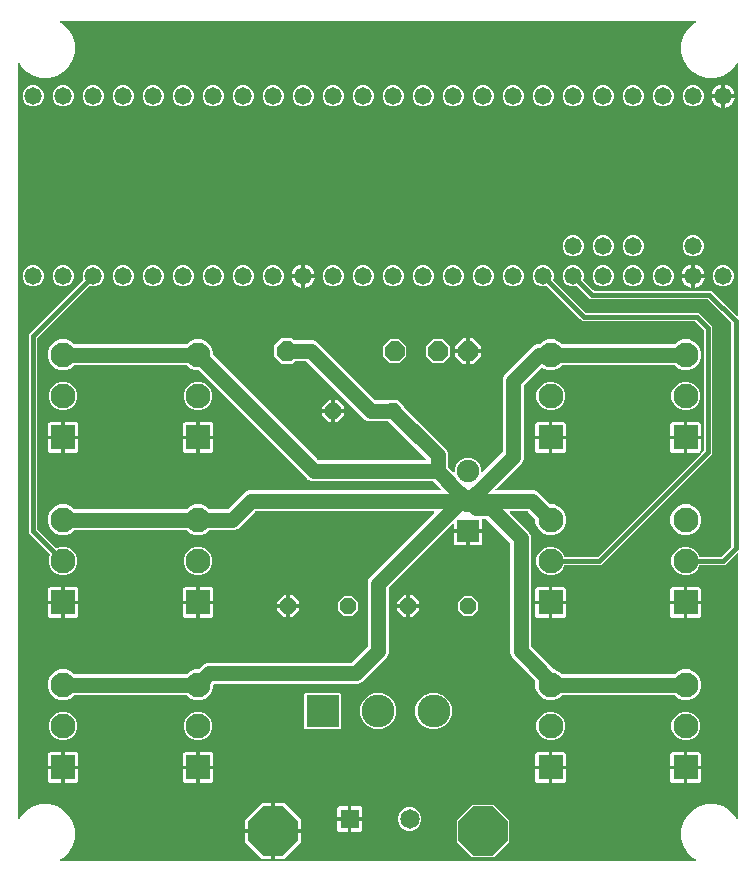
<source format=gbr>
G04 EAGLE Gerber RS-274X export*
G75*
%MOMM*%
%FSLAX34Y34*%
%LPD*%
%INBottom Copper*%
%IPPOS*%
%AMOC8*
5,1,8,0,0,1.08239X$1,22.5*%
G01*
%ADD10C,1.473200*%
%ADD11P,1.429621X8X202.500000*%
%ADD12R,1.650000X1.650000*%
%ADD13C,1.650000*%
%ADD14P,1.814519X8X202.500000*%
%ADD15P,1.814519X8X22.500000*%
%ADD16R,2.781300X2.781300*%
%ADD17C,2.781300*%
%ADD18R,1.910000X1.910000*%
%ADD19C,1.910000*%
%ADD20P,4.508804X8X22.500000*%
%ADD21R,2.100000X2.100000*%
%ADD22C,2.100000*%
%ADD23C,0.406400*%
%ADD24C,1.270000*%

G36*
X585922Y-165094D02*
X585922Y-165094D01*
X585970Y-165095D01*
X586042Y-165074D01*
X586117Y-165062D01*
X586160Y-165039D01*
X586206Y-165025D01*
X586268Y-164982D01*
X586335Y-164946D01*
X586368Y-164912D01*
X586407Y-164884D01*
X586452Y-164823D01*
X586504Y-164768D01*
X586524Y-164725D01*
X586553Y-164686D01*
X586576Y-164614D01*
X586608Y-164545D01*
X586613Y-164497D01*
X586627Y-164452D01*
X586626Y-164376D01*
X586635Y-164301D01*
X586624Y-164254D01*
X586624Y-164206D01*
X586598Y-164134D01*
X586582Y-164060D01*
X586558Y-164019D01*
X586542Y-163974D01*
X586495Y-163914D01*
X586456Y-163849D01*
X586420Y-163818D01*
X586390Y-163780D01*
X586286Y-163704D01*
X586269Y-163689D01*
X586263Y-163687D01*
X586255Y-163681D01*
X583991Y-162374D01*
X579306Y-157689D01*
X575994Y-151952D01*
X574279Y-145552D01*
X574279Y-138928D01*
X575994Y-132528D01*
X579306Y-126791D01*
X583991Y-122106D01*
X589728Y-118794D01*
X596128Y-117079D01*
X602752Y-117079D01*
X609152Y-118794D01*
X614889Y-122106D01*
X619574Y-126791D01*
X620879Y-129052D01*
X620909Y-129089D01*
X620932Y-129131D01*
X620986Y-129183D01*
X621035Y-129242D01*
X621075Y-129267D01*
X621110Y-129300D01*
X621179Y-129332D01*
X621243Y-129373D01*
X621290Y-129384D01*
X621333Y-129404D01*
X621408Y-129412D01*
X621482Y-129430D01*
X621530Y-129426D01*
X621577Y-129431D01*
X621652Y-129415D01*
X621727Y-129408D01*
X621771Y-129389D01*
X621818Y-129379D01*
X621883Y-129340D01*
X621952Y-129310D01*
X621988Y-129277D01*
X622029Y-129253D01*
X622078Y-129195D01*
X622134Y-129144D01*
X622158Y-129102D01*
X622189Y-129066D01*
X622217Y-128995D01*
X622254Y-128929D01*
X622263Y-128882D01*
X622281Y-128838D01*
X622295Y-128709D01*
X622299Y-128688D01*
X622298Y-128681D01*
X622299Y-128671D01*
X622299Y94731D01*
X622288Y94802D01*
X622286Y94874D01*
X622268Y94923D01*
X622260Y94974D01*
X622226Y95038D01*
X622201Y95105D01*
X622169Y95146D01*
X622144Y95192D01*
X622092Y95241D01*
X622048Y95297D01*
X622004Y95325D01*
X621966Y95361D01*
X621901Y95391D01*
X621841Y95430D01*
X621790Y95443D01*
X621743Y95465D01*
X621672Y95473D01*
X621602Y95490D01*
X621550Y95486D01*
X621499Y95492D01*
X621428Y95476D01*
X621357Y95471D01*
X621309Y95451D01*
X621258Y95439D01*
X621197Y95403D01*
X621131Y95375D01*
X621075Y95330D01*
X621047Y95313D01*
X621032Y95295D01*
X621000Y95270D01*
X613380Y87650D01*
X611073Y85343D01*
X589901Y85343D01*
X589786Y85324D01*
X589670Y85307D01*
X589664Y85305D01*
X589658Y85304D01*
X589555Y85249D01*
X589451Y85196D01*
X589446Y85191D01*
X589441Y85188D01*
X589361Y85104D01*
X589278Y85020D01*
X589275Y85014D01*
X589271Y85010D01*
X589264Y84993D01*
X589198Y84873D01*
X588044Y82089D01*
X584661Y78706D01*
X580242Y76875D01*
X575458Y76875D01*
X571039Y78706D01*
X567656Y82089D01*
X565825Y86508D01*
X565825Y91292D01*
X567656Y95711D01*
X571039Y99094D01*
X575458Y100925D01*
X580242Y100925D01*
X584661Y99094D01*
X588044Y95711D01*
X589198Y92927D01*
X589259Y92827D01*
X589319Y92727D01*
X589324Y92723D01*
X589327Y92718D01*
X589417Y92643D01*
X589506Y92567D01*
X589512Y92565D01*
X589517Y92561D01*
X589625Y92519D01*
X589734Y92475D01*
X589742Y92474D01*
X589746Y92473D01*
X589765Y92472D01*
X589901Y92457D01*
X607811Y92457D01*
X607902Y92471D01*
X607992Y92479D01*
X608022Y92491D01*
X608054Y92496D01*
X608135Y92539D01*
X608219Y92575D01*
X608251Y92601D01*
X608272Y92612D01*
X608294Y92635D01*
X608350Y92680D01*
X616488Y100818D01*
X616533Y100881D01*
X616559Y100908D01*
X616564Y100919D01*
X616601Y100962D01*
X616613Y100992D01*
X616632Y101018D01*
X616659Y101105D01*
X616693Y101190D01*
X616697Y101231D01*
X616704Y101253D01*
X616703Y101285D01*
X616711Y101357D01*
X616711Y290311D01*
X616697Y290402D01*
X616689Y290492D01*
X616677Y290522D01*
X616672Y290554D01*
X616629Y290635D01*
X616593Y290719D01*
X616567Y290751D01*
X616556Y290772D01*
X616533Y290794D01*
X616488Y290850D01*
X596793Y310545D01*
X596719Y310598D01*
X596649Y310658D01*
X596619Y310670D01*
X596593Y310689D01*
X596506Y310716D01*
X596421Y310750D01*
X596380Y310754D01*
X596358Y310761D01*
X596326Y310760D01*
X596254Y310768D01*
X497002Y310768D01*
X494695Y313075D01*
X486208Y321562D01*
X486112Y321631D01*
X486019Y321700D01*
X486013Y321702D01*
X486008Y321706D01*
X485896Y321740D01*
X485785Y321777D01*
X485779Y321776D01*
X485773Y321778D01*
X485656Y321775D01*
X485539Y321774D01*
X485532Y321772D01*
X485527Y321772D01*
X485510Y321766D01*
X485378Y321727D01*
X484368Y321309D01*
X480832Y321309D01*
X477564Y322663D01*
X475063Y325164D01*
X473709Y328432D01*
X473709Y331968D01*
X475063Y335236D01*
X477564Y337737D01*
X480832Y339091D01*
X484368Y339091D01*
X487636Y337737D01*
X490137Y335236D01*
X491491Y331968D01*
X491491Y328432D01*
X491073Y327422D01*
X491046Y327308D01*
X491017Y327195D01*
X491018Y327189D01*
X491016Y327183D01*
X491027Y327066D01*
X491036Y326950D01*
X491039Y326944D01*
X491039Y326938D01*
X491087Y326830D01*
X491133Y326723D01*
X491137Y326718D01*
X491139Y326713D01*
X491152Y326699D01*
X491238Y326592D01*
X499725Y318105D01*
X499799Y318052D01*
X499869Y317992D01*
X499899Y317980D01*
X499925Y317961D01*
X500012Y317934D01*
X500097Y317900D01*
X500138Y317896D01*
X500160Y317889D01*
X500192Y317890D01*
X500264Y317882D01*
X599516Y317882D01*
X601823Y315575D01*
X621000Y296398D01*
X621058Y296356D01*
X621110Y296307D01*
X621157Y296285D01*
X621199Y296255D01*
X621268Y296234D01*
X621333Y296203D01*
X621385Y296198D01*
X621435Y296182D01*
X621506Y296184D01*
X621577Y296176D01*
X621628Y296187D01*
X621680Y296189D01*
X621748Y296213D01*
X621818Y296229D01*
X621863Y296255D01*
X621911Y296273D01*
X621967Y296318D01*
X622029Y296355D01*
X622063Y296394D01*
X622103Y296427D01*
X622142Y296487D01*
X622189Y296542D01*
X622208Y296590D01*
X622236Y296634D01*
X622254Y296703D01*
X622281Y296770D01*
X622289Y296841D01*
X622297Y296872D01*
X622295Y296896D01*
X622299Y296937D01*
X622299Y509671D01*
X622292Y509718D01*
X622293Y509766D01*
X622272Y509839D01*
X622260Y509914D01*
X622237Y509956D01*
X622223Y510002D01*
X622180Y510064D01*
X622144Y510131D01*
X622110Y510164D01*
X622082Y510203D01*
X622021Y510248D01*
X621966Y510300D01*
X621923Y510321D01*
X621884Y510349D01*
X621812Y510372D01*
X621743Y510404D01*
X621695Y510409D01*
X621650Y510424D01*
X621574Y510423D01*
X621499Y510431D01*
X621452Y510421D01*
X621404Y510420D01*
X621332Y510395D01*
X621258Y510379D01*
X621217Y510354D01*
X621172Y510338D01*
X621112Y510292D01*
X621047Y510253D01*
X621016Y510216D01*
X620978Y510187D01*
X620902Y510083D01*
X620887Y510066D01*
X620885Y510060D01*
X620879Y510052D01*
X619574Y507791D01*
X614889Y503106D01*
X609152Y499794D01*
X602752Y498079D01*
X596128Y498079D01*
X589728Y499794D01*
X583991Y503106D01*
X579306Y507791D01*
X575994Y513528D01*
X574279Y519928D01*
X574279Y526552D01*
X575994Y532952D01*
X579306Y538689D01*
X583991Y543374D01*
X586252Y544679D01*
X586289Y544709D01*
X586331Y544732D01*
X586383Y544786D01*
X586442Y544835D01*
X586467Y544875D01*
X586500Y544910D01*
X586532Y544979D01*
X586573Y545043D01*
X586584Y545090D01*
X586604Y545133D01*
X586612Y545208D01*
X586630Y545282D01*
X586626Y545330D01*
X586631Y545377D01*
X586615Y545452D01*
X586608Y545527D01*
X586589Y545571D01*
X586579Y545618D01*
X586540Y545683D01*
X586510Y545752D01*
X586477Y545788D01*
X586453Y545829D01*
X586395Y545878D01*
X586344Y545934D01*
X586302Y545958D01*
X586266Y545989D01*
X586195Y546017D01*
X586129Y546054D01*
X586082Y546063D01*
X586038Y546081D01*
X585909Y546095D01*
X585888Y546099D01*
X585881Y546098D01*
X585871Y546099D01*
X49129Y546099D01*
X49082Y546092D01*
X49034Y546093D01*
X48961Y546072D01*
X48886Y546060D01*
X48844Y546037D01*
X48798Y546023D01*
X48736Y545980D01*
X48669Y545944D01*
X48636Y545910D01*
X48597Y545882D01*
X48552Y545821D01*
X48500Y545766D01*
X48479Y545723D01*
X48451Y545684D01*
X48428Y545612D01*
X48396Y545543D01*
X48391Y545495D01*
X48376Y545450D01*
X48377Y545374D01*
X48369Y545299D01*
X48379Y545252D01*
X48380Y545204D01*
X48405Y545132D01*
X48421Y545058D01*
X48446Y545017D01*
X48462Y544972D01*
X48508Y544912D01*
X48547Y544847D01*
X48584Y544816D01*
X48613Y544778D01*
X48717Y544702D01*
X48734Y544687D01*
X48740Y544685D01*
X48748Y544679D01*
X51009Y543374D01*
X55694Y538689D01*
X59006Y532952D01*
X60721Y526552D01*
X60721Y519928D01*
X59006Y513528D01*
X55694Y507791D01*
X51009Y503106D01*
X45272Y499794D01*
X38872Y498079D01*
X32248Y498079D01*
X25848Y499794D01*
X20111Y503106D01*
X15426Y507791D01*
X14067Y510145D01*
X14037Y510182D01*
X14014Y510225D01*
X13960Y510277D01*
X13911Y510335D01*
X13871Y510361D01*
X13836Y510394D01*
X13767Y510426D01*
X13703Y510466D01*
X13656Y510477D01*
X13613Y510498D01*
X13538Y510506D01*
X13464Y510524D01*
X13416Y510519D01*
X13369Y510525D01*
X13294Y510509D01*
X13219Y510502D01*
X13175Y510483D01*
X13128Y510472D01*
X13063Y510434D01*
X12994Y510403D01*
X12958Y510371D01*
X12917Y510346D01*
X12868Y510289D01*
X12812Y510238D01*
X12788Y510196D01*
X12757Y510159D01*
X12729Y510089D01*
X12692Y510023D01*
X12683Y509976D01*
X12665Y509931D01*
X12651Y509803D01*
X12647Y509781D01*
X12648Y509775D01*
X12647Y509764D01*
X12647Y-128764D01*
X12654Y-128812D01*
X12653Y-128860D01*
X12674Y-128932D01*
X12686Y-129007D01*
X12709Y-129050D01*
X12723Y-129096D01*
X12766Y-129158D01*
X12802Y-129225D01*
X12836Y-129258D01*
X12864Y-129297D01*
X12925Y-129342D01*
X12980Y-129394D01*
X13023Y-129414D01*
X13062Y-129443D01*
X13134Y-129466D01*
X13203Y-129498D01*
X13251Y-129503D01*
X13296Y-129518D01*
X13372Y-129516D01*
X13447Y-129525D01*
X13494Y-129515D01*
X13542Y-129514D01*
X13614Y-129489D01*
X13688Y-129472D01*
X13729Y-129448D01*
X13774Y-129432D01*
X13834Y-129385D01*
X13899Y-129346D01*
X13930Y-129310D01*
X13968Y-129280D01*
X14044Y-129176D01*
X14059Y-129159D01*
X14061Y-129153D01*
X14067Y-129145D01*
X15426Y-126791D01*
X20111Y-122106D01*
X25848Y-118794D01*
X32248Y-117079D01*
X38872Y-117079D01*
X45272Y-118794D01*
X51009Y-122106D01*
X55694Y-126791D01*
X59006Y-132528D01*
X60721Y-138928D01*
X60721Y-145552D01*
X59006Y-151952D01*
X55694Y-157689D01*
X51009Y-162374D01*
X48745Y-163681D01*
X48708Y-163711D01*
X48665Y-163734D01*
X48613Y-163788D01*
X48555Y-163837D01*
X48529Y-163877D01*
X48496Y-163912D01*
X48464Y-163981D01*
X48424Y-164045D01*
X48413Y-164092D01*
X48392Y-164135D01*
X48384Y-164210D01*
X48366Y-164284D01*
X48371Y-164332D01*
X48365Y-164379D01*
X48381Y-164454D01*
X48388Y-164529D01*
X48407Y-164573D01*
X48418Y-164620D01*
X48457Y-164685D01*
X48487Y-164754D01*
X48519Y-164790D01*
X48544Y-164831D01*
X48601Y-164880D01*
X48652Y-164936D01*
X48694Y-164960D01*
X48731Y-164991D01*
X48801Y-165019D01*
X48867Y-165056D01*
X48914Y-165065D01*
X48959Y-165083D01*
X49087Y-165097D01*
X49109Y-165101D01*
X49116Y-165100D01*
X49126Y-165101D01*
X585874Y-165101D01*
X585922Y-165094D01*
G37*
%LPC*%
G36*
X48206Y-28841D02*
X48206Y-28841D01*
X43413Y-26855D01*
X39745Y-23187D01*
X37759Y-18394D01*
X37759Y-13206D01*
X39745Y-8413D01*
X43413Y-4745D01*
X48206Y-2759D01*
X53394Y-2759D01*
X58187Y-4745D01*
X60129Y-6686D01*
X60203Y-6739D01*
X60272Y-6799D01*
X60302Y-6811D01*
X60328Y-6830D01*
X60415Y-6857D01*
X60500Y-6891D01*
X60541Y-6895D01*
X60563Y-6902D01*
X60596Y-6901D01*
X60667Y-6909D01*
X155233Y-6909D01*
X155323Y-6895D01*
X155414Y-6887D01*
X155444Y-6875D01*
X155476Y-6870D01*
X155556Y-6827D01*
X155640Y-6791D01*
X155672Y-6765D01*
X155693Y-6754D01*
X155715Y-6731D01*
X155771Y-6686D01*
X157713Y-4745D01*
X162506Y-2759D01*
X165252Y-2759D01*
X165342Y-2745D01*
X165433Y-2737D01*
X165463Y-2725D01*
X165495Y-2720D01*
X165575Y-2677D01*
X165659Y-2641D01*
X165691Y-2615D01*
X165712Y-2604D01*
X165734Y-2581D01*
X165790Y-2536D01*
X169514Y1187D01*
X172782Y2541D01*
X294452Y2541D01*
X294542Y2555D01*
X294633Y2563D01*
X294663Y2575D01*
X294695Y2580D01*
X294775Y2623D01*
X294859Y2659D01*
X294891Y2685D01*
X294912Y2696D01*
X294934Y2719D01*
X294990Y2764D01*
X308386Y16160D01*
X308439Y16234D01*
X308499Y16303D01*
X308511Y16333D01*
X308530Y16359D01*
X308557Y16446D01*
X308591Y16531D01*
X308595Y16572D01*
X308602Y16595D01*
X308601Y16627D01*
X308609Y16698D01*
X308609Y71541D01*
X309963Y74809D01*
X364764Y129610D01*
X364806Y129668D01*
X364855Y129720D01*
X364877Y129767D01*
X364908Y129809D01*
X364929Y129878D01*
X364959Y129943D01*
X364965Y129995D01*
X364980Y130045D01*
X364978Y130116D01*
X364986Y130187D01*
X364975Y130238D01*
X364974Y130290D01*
X364949Y130358D01*
X364934Y130428D01*
X364907Y130473D01*
X364889Y130521D01*
X364844Y130577D01*
X364807Y130639D01*
X364768Y130673D01*
X364735Y130713D01*
X364675Y130752D01*
X364621Y130799D01*
X364572Y130818D01*
X364528Y130846D01*
X364459Y130864D01*
X364392Y130891D01*
X364321Y130899D01*
X364290Y130907D01*
X364267Y130905D01*
X364226Y130909D01*
X213648Y130909D01*
X213558Y130895D01*
X213467Y130887D01*
X213437Y130875D01*
X213405Y130870D01*
X213325Y130827D01*
X213241Y130791D01*
X213209Y130765D01*
X213188Y130754D01*
X213166Y130731D01*
X213110Y130686D01*
X198786Y116363D01*
X195518Y115009D01*
X174967Y115009D01*
X174877Y114995D01*
X174786Y114987D01*
X174756Y114975D01*
X174724Y114970D01*
X174644Y114927D01*
X174560Y114891D01*
X174527Y114865D01*
X174507Y114854D01*
X174485Y114831D01*
X174429Y114786D01*
X172487Y112845D01*
X167694Y110859D01*
X162506Y110859D01*
X157713Y112845D01*
X155771Y114786D01*
X155697Y114839D01*
X155628Y114899D01*
X155598Y114911D01*
X155572Y114930D01*
X155485Y114957D01*
X155400Y114991D01*
X155359Y114995D01*
X155337Y115002D01*
X155304Y115001D01*
X155233Y115009D01*
X60667Y115009D01*
X60577Y114995D01*
X60486Y114987D01*
X60456Y114975D01*
X60424Y114970D01*
X60344Y114927D01*
X60260Y114891D01*
X60228Y114865D01*
X60207Y114854D01*
X60185Y114831D01*
X60129Y114786D01*
X58187Y112845D01*
X53394Y110859D01*
X48206Y110859D01*
X43413Y112845D01*
X39745Y116513D01*
X37759Y121306D01*
X37759Y126494D01*
X39745Y131287D01*
X43413Y134955D01*
X48206Y136941D01*
X53394Y136941D01*
X58187Y134955D01*
X60129Y133014D01*
X60203Y132961D01*
X60272Y132901D01*
X60302Y132889D01*
X60328Y132870D01*
X60415Y132843D01*
X60500Y132809D01*
X60541Y132805D01*
X60564Y132798D01*
X60596Y132799D01*
X60667Y132791D01*
X155233Y132791D01*
X155323Y132805D01*
X155414Y132813D01*
X155444Y132825D01*
X155476Y132830D01*
X155556Y132873D01*
X155640Y132909D01*
X155673Y132935D01*
X155693Y132946D01*
X155715Y132969D01*
X155771Y133014D01*
X157713Y134955D01*
X162506Y136941D01*
X167694Y136941D01*
X172487Y134955D01*
X174429Y133014D01*
X174503Y132961D01*
X174572Y132901D01*
X174602Y132889D01*
X174628Y132870D01*
X174715Y132843D01*
X174800Y132809D01*
X174841Y132805D01*
X174863Y132798D01*
X174896Y132799D01*
X174967Y132791D01*
X189752Y132791D01*
X189842Y132805D01*
X189933Y132813D01*
X189963Y132825D01*
X189995Y132830D01*
X190075Y132873D01*
X190159Y132909D01*
X190191Y132935D01*
X190212Y132946D01*
X190234Y132969D01*
X190290Y133014D01*
X202006Y144729D01*
X204614Y147337D01*
X207882Y148691D01*
X369820Y148691D01*
X369891Y148702D01*
X369962Y148704D01*
X370011Y148722D01*
X370063Y148730D01*
X370126Y148764D01*
X370193Y148789D01*
X370234Y148821D01*
X370280Y148846D01*
X370329Y148898D01*
X370385Y148942D01*
X370414Y148986D01*
X370449Y149024D01*
X370480Y149089D01*
X370518Y149149D01*
X370531Y149200D01*
X370553Y149247D01*
X370561Y149318D01*
X370578Y149388D01*
X370574Y149440D01*
X370580Y149491D01*
X370565Y149562D01*
X370559Y149633D01*
X370539Y149681D01*
X370528Y149732D01*
X370491Y149793D01*
X370463Y149859D01*
X370418Y149915D01*
X370402Y149943D01*
X370384Y149958D01*
X370358Y149990D01*
X364362Y155986D01*
X364288Y156039D01*
X364219Y156099D01*
X364189Y156111D01*
X364162Y156130D01*
X364075Y156157D01*
X363991Y156191D01*
X363950Y156195D01*
X363927Y156202D01*
X363895Y156201D01*
X363824Y156209D01*
X261832Y156209D01*
X258564Y157563D01*
X165790Y250336D01*
X165716Y250389D01*
X165647Y250449D01*
X165617Y250461D01*
X165591Y250480D01*
X165504Y250507D01*
X165419Y250541D01*
X165378Y250545D01*
X165355Y250552D01*
X165323Y250551D01*
X165252Y250559D01*
X162506Y250559D01*
X157713Y252545D01*
X155771Y254486D01*
X155697Y254539D01*
X155628Y254599D01*
X155598Y254611D01*
X155572Y254630D01*
X155485Y254657D01*
X155400Y254691D01*
X155359Y254695D01*
X155336Y254702D01*
X155304Y254701D01*
X155233Y254709D01*
X60667Y254709D01*
X60577Y254695D01*
X60486Y254687D01*
X60456Y254675D01*
X60424Y254670D01*
X60344Y254627D01*
X60260Y254591D01*
X60228Y254565D01*
X60207Y254554D01*
X60185Y254531D01*
X60129Y254486D01*
X58187Y252545D01*
X53394Y250559D01*
X48206Y250559D01*
X43413Y252545D01*
X39745Y256213D01*
X37759Y261006D01*
X37759Y266194D01*
X39745Y270987D01*
X43413Y274655D01*
X48206Y276641D01*
X53394Y276641D01*
X58187Y274655D01*
X60129Y272714D01*
X60203Y272661D01*
X60272Y272601D01*
X60302Y272589D01*
X60328Y272570D01*
X60415Y272543D01*
X60500Y272509D01*
X60541Y272505D01*
X60564Y272498D01*
X60596Y272499D01*
X60667Y272491D01*
X155233Y272491D01*
X155323Y272505D01*
X155414Y272513D01*
X155444Y272525D01*
X155476Y272530D01*
X155556Y272573D01*
X155640Y272609D01*
X155672Y272635D01*
X155693Y272646D01*
X155715Y272669D01*
X155771Y272714D01*
X157713Y274655D01*
X162506Y276641D01*
X167694Y276641D01*
X172487Y274655D01*
X176155Y270987D01*
X178141Y266194D01*
X178141Y263448D01*
X178155Y263358D01*
X178163Y263267D01*
X178175Y263237D01*
X178180Y263205D01*
X178223Y263125D01*
X178259Y263041D01*
X178285Y263009D01*
X178296Y262988D01*
X178319Y262966D01*
X178364Y262910D01*
X267060Y174214D01*
X267134Y174161D01*
X267203Y174101D01*
X267233Y174089D01*
X267259Y174070D01*
X267346Y174043D01*
X267431Y174009D01*
X267472Y174005D01*
X267495Y173998D01*
X267527Y173999D01*
X267598Y173991D01*
X357698Y173991D01*
X357769Y174002D01*
X357841Y174004D01*
X357889Y174022D01*
X357941Y174030D01*
X358004Y174064D01*
X358072Y174089D01*
X358112Y174121D01*
X358158Y174146D01*
X358208Y174198D01*
X358264Y174242D01*
X358292Y174286D01*
X358328Y174324D01*
X358358Y174389D01*
X358397Y174449D01*
X358409Y174500D01*
X358431Y174547D01*
X358439Y174618D01*
X358457Y174688D01*
X358453Y174740D01*
X358458Y174791D01*
X358443Y174862D01*
X358437Y174933D01*
X358417Y174981D01*
X358406Y175032D01*
X358369Y175093D01*
X358341Y175159D01*
X358296Y175215D01*
X358280Y175243D01*
X358262Y175258D01*
X358236Y175290D01*
X326994Y206532D01*
X326920Y206585D01*
X326851Y206645D01*
X326821Y206657D01*
X326795Y206676D01*
X326708Y206703D01*
X326623Y206737D01*
X326582Y206741D01*
X326559Y206748D01*
X326527Y206747D01*
X326456Y206755D01*
X326412Y206755D01*
X326381Y206786D01*
X326307Y206839D01*
X326238Y206899D01*
X326208Y206911D01*
X326181Y206930D01*
X326094Y206957D01*
X326010Y206991D01*
X325969Y206995D01*
X325946Y207002D01*
X325914Y207001D01*
X325843Y207009D01*
X309382Y207009D01*
X306114Y208363D01*
X256890Y257586D01*
X256816Y257639D01*
X256747Y257699D01*
X256717Y257711D01*
X256691Y257730D01*
X256604Y257757D01*
X256519Y257791D01*
X256478Y257795D01*
X256455Y257802D01*
X256423Y257801D01*
X256352Y257809D01*
X246902Y257809D01*
X246812Y257795D01*
X246721Y257787D01*
X246691Y257775D01*
X246659Y257770D01*
X246578Y257727D01*
X246494Y257691D01*
X246462Y257665D01*
X246442Y257654D01*
X246419Y257631D01*
X246363Y257586D01*
X244554Y255777D01*
X235506Y255777D01*
X229107Y262176D01*
X229107Y271224D01*
X235506Y277623D01*
X244554Y277623D01*
X246363Y275814D01*
X246437Y275761D01*
X246507Y275701D01*
X246537Y275689D01*
X246563Y275670D01*
X246650Y275643D01*
X246735Y275609D01*
X246776Y275605D01*
X246798Y275598D01*
X246830Y275599D01*
X246902Y275591D01*
X262118Y275591D01*
X265386Y274237D01*
X314610Y225014D01*
X314684Y224961D01*
X314753Y224901D01*
X314783Y224889D01*
X314809Y224870D01*
X314896Y224843D01*
X314981Y224809D01*
X315022Y224805D01*
X315045Y224798D01*
X315077Y224799D01*
X315148Y224791D01*
X325843Y224791D01*
X325933Y224805D01*
X326024Y224813D01*
X326054Y224825D01*
X326086Y224830D01*
X326166Y224873D01*
X326250Y224909D01*
X326282Y224935D01*
X326303Y224946D01*
X326325Y224969D01*
X326381Y225014D01*
X326412Y225045D01*
X333988Y225045D01*
X339345Y219688D01*
X339345Y219644D01*
X339359Y219554D01*
X339367Y219463D01*
X339379Y219433D01*
X339384Y219401D01*
X339427Y219321D01*
X339463Y219237D01*
X339489Y219205D01*
X339500Y219184D01*
X339523Y219162D01*
X339568Y219106D01*
X375359Y183314D01*
X376713Y180047D01*
X376713Y169098D01*
X376727Y169008D01*
X376734Y168917D01*
X376747Y168887D01*
X376752Y168855D01*
X376776Y168811D01*
X376776Y168808D01*
X376786Y168791D01*
X376795Y168775D01*
X376831Y168691D01*
X376856Y168659D01*
X376867Y168638D01*
X376891Y168616D01*
X376892Y168614D01*
X376903Y168597D01*
X376914Y168587D01*
X376936Y168560D01*
X381326Y164170D01*
X381384Y164128D01*
X381436Y164078D01*
X381483Y164056D01*
X381525Y164026D01*
X381594Y164005D01*
X381659Y163975D01*
X381711Y163969D01*
X381761Y163954D01*
X381832Y163955D01*
X381903Y163948D01*
X381954Y163959D01*
X382006Y163960D01*
X382074Y163985D01*
X382144Y164000D01*
X382189Y164027D01*
X382237Y164044D01*
X382293Y164089D01*
X382355Y164126D01*
X382389Y164166D01*
X382429Y164198D01*
X382468Y164258D01*
X382515Y164313D01*
X382534Y164361D01*
X382562Y164405D01*
X382580Y164475D01*
X382607Y164541D01*
X382615Y164612D01*
X382623Y164644D01*
X382621Y164667D01*
X382625Y164708D01*
X382625Y167503D01*
X384311Y171573D01*
X387427Y174689D01*
X391497Y176375D01*
X395903Y176375D01*
X399973Y174689D01*
X403089Y171573D01*
X404775Y167503D01*
X404775Y164708D01*
X404786Y164637D01*
X404788Y164565D01*
X404806Y164516D01*
X404814Y164465D01*
X404848Y164402D01*
X404873Y164334D01*
X404905Y164294D01*
X404930Y164248D01*
X404982Y164198D01*
X405026Y164142D01*
X405070Y164114D01*
X405108Y164078D01*
X405173Y164048D01*
X405233Y164009D01*
X405284Y163997D01*
X405331Y163975D01*
X405402Y163967D01*
X405472Y163949D01*
X405524Y163953D01*
X405575Y163948D01*
X405646Y163963D01*
X405717Y163968D01*
X405765Y163989D01*
X405816Y164000D01*
X405877Y164037D01*
X405943Y164065D01*
X405999Y164109D01*
X406027Y164126D01*
X406042Y164144D01*
X406074Y164170D01*
X422686Y180782D01*
X422739Y180856D01*
X422799Y180925D01*
X422811Y180955D01*
X422830Y180981D01*
X422857Y181068D01*
X422891Y181153D01*
X422895Y181194D01*
X422902Y181216D01*
X422901Y181249D01*
X422909Y181320D01*
X422909Y243068D01*
X424263Y246336D01*
X449064Y271137D01*
X452332Y272491D01*
X453683Y272491D01*
X453773Y272505D01*
X453864Y272513D01*
X453894Y272525D01*
X453926Y272530D01*
X454006Y272573D01*
X454090Y272609D01*
X454123Y272635D01*
X454143Y272646D01*
X454165Y272669D01*
X454221Y272714D01*
X456163Y274655D01*
X460956Y276641D01*
X466144Y276641D01*
X470937Y274655D01*
X472879Y272714D01*
X472953Y272661D01*
X473022Y272601D01*
X473052Y272589D01*
X473078Y272570D01*
X473165Y272543D01*
X473250Y272509D01*
X473291Y272505D01*
X473314Y272498D01*
X473346Y272499D01*
X473417Y272491D01*
X567983Y272491D01*
X568073Y272505D01*
X568164Y272513D01*
X568194Y272525D01*
X568226Y272530D01*
X568306Y272573D01*
X568390Y272609D01*
X568422Y272635D01*
X568443Y272646D01*
X568465Y272669D01*
X568521Y272714D01*
X570463Y274655D01*
X575256Y276641D01*
X580444Y276641D01*
X585237Y274655D01*
X588905Y270987D01*
X590891Y266194D01*
X590891Y261006D01*
X588905Y256213D01*
X585237Y252545D01*
X580444Y250559D01*
X575256Y250559D01*
X570463Y252545D01*
X568521Y254486D01*
X568447Y254539D01*
X568378Y254599D01*
X568348Y254611D01*
X568322Y254630D01*
X568235Y254657D01*
X568150Y254691D01*
X568109Y254695D01*
X568086Y254702D01*
X568054Y254701D01*
X567983Y254709D01*
X473417Y254709D01*
X473327Y254695D01*
X473236Y254687D01*
X473206Y254675D01*
X473174Y254670D01*
X473094Y254627D01*
X473010Y254591D01*
X472978Y254565D01*
X472957Y254554D01*
X472935Y254531D01*
X472879Y254486D01*
X470937Y252545D01*
X466144Y250559D01*
X460956Y250559D01*
X456248Y252510D01*
X456134Y252536D01*
X456020Y252565D01*
X456014Y252564D01*
X456008Y252566D01*
X455891Y252555D01*
X455775Y252546D01*
X455770Y252543D01*
X455763Y252543D01*
X455656Y252495D01*
X455549Y252449D01*
X455543Y252445D01*
X455538Y252443D01*
X455525Y252430D01*
X455418Y252345D01*
X440914Y237840D01*
X440861Y237766D01*
X440801Y237697D01*
X440789Y237667D01*
X440770Y237641D01*
X440743Y237554D01*
X440709Y237469D01*
X440705Y237428D01*
X440698Y237405D01*
X440699Y237373D01*
X440691Y237302D01*
X440691Y175553D01*
X439337Y172286D01*
X436729Y169678D01*
X417042Y149990D01*
X417000Y149932D01*
X416951Y149880D01*
X416929Y149833D01*
X416898Y149791D01*
X416877Y149722D01*
X416847Y149657D01*
X416841Y149605D01*
X416826Y149555D01*
X416828Y149484D01*
X416820Y149413D01*
X416831Y149362D01*
X416832Y149310D01*
X416857Y149242D01*
X416872Y149172D01*
X416899Y149127D01*
X416917Y149079D01*
X416962Y149023D01*
X416998Y148961D01*
X417038Y148927D01*
X417070Y148887D01*
X417131Y148848D01*
X417185Y148801D01*
X417234Y148782D01*
X417277Y148754D01*
X417347Y148736D01*
X417413Y148709D01*
X417485Y148701D01*
X417516Y148693D01*
X417539Y148695D01*
X417580Y148691D01*
X449418Y148691D01*
X452686Y147337D01*
X455294Y144729D01*
X462860Y137164D01*
X462934Y137111D01*
X463003Y137051D01*
X463033Y137039D01*
X463059Y137020D01*
X463146Y136993D01*
X463231Y136959D01*
X463272Y136955D01*
X463295Y136948D01*
X463327Y136949D01*
X463398Y136941D01*
X466144Y136941D01*
X470937Y134955D01*
X474605Y131287D01*
X476591Y126494D01*
X476591Y121306D01*
X474605Y116513D01*
X470937Y112845D01*
X466144Y110859D01*
X460956Y110859D01*
X456163Y112845D01*
X452495Y116513D01*
X450509Y121306D01*
X450509Y124052D01*
X450495Y124142D01*
X450487Y124233D01*
X450475Y124263D01*
X450470Y124295D01*
X450427Y124375D01*
X450391Y124459D01*
X450365Y124491D01*
X450354Y124512D01*
X450331Y124534D01*
X450286Y124590D01*
X444190Y130686D01*
X444116Y130739D01*
X444047Y130799D01*
X444017Y130811D01*
X443991Y130830D01*
X443904Y130857D01*
X443819Y130891D01*
X443778Y130895D01*
X443756Y130902D01*
X443723Y130901D01*
X443652Y130909D01*
X429602Y130909D01*
X429531Y130898D01*
X429459Y130896D01*
X429410Y130878D01*
X429359Y130870D01*
X429296Y130836D01*
X429228Y130811D01*
X429188Y130779D01*
X429142Y130754D01*
X429092Y130703D01*
X429036Y130658D01*
X429008Y130614D01*
X428972Y130576D01*
X428942Y130511D01*
X428903Y130451D01*
X428891Y130400D01*
X428869Y130353D01*
X428861Y130282D01*
X428843Y130212D01*
X428847Y130160D01*
X428842Y130109D01*
X428857Y130038D01*
X428863Y129967D01*
X428883Y129919D01*
X428894Y129868D01*
X428931Y129807D01*
X428959Y129741D01*
X429004Y129685D01*
X429020Y129657D01*
X429038Y129642D01*
X429064Y129610D01*
X443079Y115594D01*
X445687Y112986D01*
X447041Y109718D01*
X447041Y16876D01*
X447055Y16786D01*
X447063Y16695D01*
X447075Y16665D01*
X447080Y16633D01*
X447123Y16552D01*
X447159Y16468D01*
X447185Y16436D01*
X447196Y16415D01*
X447219Y16393D01*
X447264Y16337D01*
X466406Y-2805D01*
X466459Y-2843D01*
X466506Y-2889D01*
X466579Y-2930D01*
X466606Y-2949D01*
X466624Y-2954D01*
X466653Y-2970D01*
X470937Y-4745D01*
X472879Y-6686D01*
X472953Y-6739D01*
X473022Y-6799D01*
X473052Y-6811D01*
X473078Y-6830D01*
X473165Y-6857D01*
X473250Y-6891D01*
X473291Y-6895D01*
X473314Y-6902D01*
X473346Y-6901D01*
X473417Y-6909D01*
X567983Y-6909D01*
X568073Y-6895D01*
X568164Y-6887D01*
X568194Y-6875D01*
X568226Y-6870D01*
X568306Y-6827D01*
X568390Y-6791D01*
X568422Y-6765D01*
X568443Y-6754D01*
X568465Y-6731D01*
X568521Y-6686D01*
X570463Y-4745D01*
X575256Y-2759D01*
X580444Y-2759D01*
X585237Y-4745D01*
X588905Y-8413D01*
X590891Y-13206D01*
X590891Y-18394D01*
X588905Y-23187D01*
X585237Y-26855D01*
X580444Y-28841D01*
X575256Y-28841D01*
X570463Y-26855D01*
X568521Y-24914D01*
X568447Y-24861D01*
X568378Y-24801D01*
X568348Y-24789D01*
X568322Y-24770D01*
X568235Y-24743D01*
X568150Y-24709D01*
X568109Y-24705D01*
X568086Y-24698D01*
X568054Y-24699D01*
X567983Y-24691D01*
X473417Y-24691D01*
X473327Y-24705D01*
X473236Y-24713D01*
X473206Y-24725D01*
X473174Y-24730D01*
X473094Y-24773D01*
X473010Y-24809D01*
X472978Y-24835D01*
X472957Y-24846D01*
X472935Y-24869D01*
X472879Y-24914D01*
X470937Y-26855D01*
X466144Y-28841D01*
X460956Y-28841D01*
X456163Y-26855D01*
X452495Y-23187D01*
X450509Y-18394D01*
X450509Y-13206D01*
X450652Y-12862D01*
X450678Y-12749D01*
X450707Y-12635D01*
X450706Y-12629D01*
X450708Y-12623D01*
X450697Y-12506D01*
X450688Y-12390D01*
X450685Y-12384D01*
X450685Y-12378D01*
X450637Y-12270D01*
X450592Y-12163D01*
X450587Y-12158D01*
X450585Y-12153D01*
X450572Y-12139D01*
X450487Y-12032D01*
X430613Y7841D01*
X429259Y11109D01*
X429259Y103952D01*
X429245Y104042D01*
X429237Y104133D01*
X429225Y104163D01*
X429220Y104195D01*
X429177Y104275D01*
X429141Y104359D01*
X429115Y104391D01*
X429104Y104412D01*
X429081Y104434D01*
X429036Y104490D01*
X409290Y124236D01*
X409216Y124289D01*
X409147Y124349D01*
X409117Y124361D01*
X409091Y124380D01*
X409004Y124407D01*
X408919Y124441D01*
X408878Y124445D01*
X408856Y124452D01*
X408823Y124451D01*
X408752Y124459D01*
X406552Y124459D01*
X406532Y124456D01*
X406513Y124458D01*
X406411Y124436D01*
X406309Y124420D01*
X406292Y124410D01*
X406272Y124406D01*
X406183Y124353D01*
X406092Y124304D01*
X406078Y124290D01*
X406061Y124280D01*
X405994Y124201D01*
X405922Y124126D01*
X405914Y124108D01*
X405901Y124093D01*
X405862Y123997D01*
X405819Y123903D01*
X405817Y123883D01*
X405809Y123865D01*
X405791Y123698D01*
X405791Y115823D01*
X394462Y115823D01*
X394442Y115820D01*
X394423Y115822D01*
X394321Y115800D01*
X394219Y115783D01*
X394202Y115774D01*
X394182Y115770D01*
X394093Y115717D01*
X394002Y115668D01*
X393988Y115654D01*
X393971Y115644D01*
X393904Y115565D01*
X393833Y115490D01*
X393824Y115472D01*
X393811Y115457D01*
X393773Y115361D01*
X393729Y115267D01*
X393727Y115247D01*
X393719Y115229D01*
X393701Y115062D01*
X393701Y114299D01*
X393699Y114299D01*
X393699Y115062D01*
X393697Y115072D01*
X393698Y115078D01*
X393696Y115086D01*
X393698Y115101D01*
X393676Y115203D01*
X393659Y115305D01*
X393650Y115322D01*
X393646Y115342D01*
X393593Y115431D01*
X393544Y115522D01*
X393530Y115536D01*
X393520Y115553D01*
X393441Y115620D01*
X393366Y115691D01*
X393348Y115700D01*
X393333Y115713D01*
X393237Y115752D01*
X393143Y115795D01*
X393123Y115797D01*
X393105Y115805D01*
X392938Y115823D01*
X381609Y115823D01*
X381609Y119470D01*
X381598Y119541D01*
X381596Y119613D01*
X381578Y119662D01*
X381570Y119713D01*
X381536Y119777D01*
X381511Y119844D01*
X381479Y119885D01*
X381454Y119931D01*
X381402Y119980D01*
X381358Y120036D01*
X381314Y120064D01*
X381276Y120100D01*
X381211Y120130D01*
X381151Y120169D01*
X381100Y120182D01*
X381053Y120204D01*
X380982Y120211D01*
X380912Y120229D01*
X380860Y120225D01*
X380809Y120231D01*
X380738Y120215D01*
X380667Y120210D01*
X380619Y120190D01*
X380568Y120178D01*
X380507Y120142D01*
X380441Y120114D01*
X380385Y120069D01*
X380357Y120052D01*
X380342Y120034D01*
X380310Y120009D01*
X326614Y66313D01*
X326561Y66239D01*
X326501Y66169D01*
X326489Y66139D01*
X326470Y66113D01*
X326443Y66026D01*
X326409Y65941D01*
X326405Y65900D01*
X326398Y65878D01*
X326399Y65846D01*
X326391Y65774D01*
X326391Y10932D01*
X325037Y7664D01*
X306094Y-11279D01*
X303486Y-13887D01*
X300218Y-15241D01*
X178902Y-15241D01*
X178882Y-15244D01*
X178863Y-15242D01*
X178761Y-15264D01*
X178659Y-15280D01*
X178642Y-15290D01*
X178622Y-15294D01*
X178533Y-15347D01*
X178442Y-15396D01*
X178428Y-15410D01*
X178411Y-15420D01*
X178344Y-15499D01*
X178272Y-15574D01*
X178264Y-15592D01*
X178251Y-15607D01*
X178212Y-15703D01*
X178169Y-15797D01*
X178167Y-15817D01*
X178159Y-15835D01*
X178141Y-16002D01*
X178141Y-18394D01*
X176155Y-23187D01*
X172487Y-26855D01*
X167694Y-28841D01*
X162506Y-28841D01*
X157713Y-26855D01*
X155771Y-24914D01*
X155697Y-24861D01*
X155628Y-24801D01*
X155598Y-24789D01*
X155572Y-24770D01*
X155485Y-24743D01*
X155400Y-24709D01*
X155359Y-24705D01*
X155336Y-24698D01*
X155304Y-24699D01*
X155233Y-24691D01*
X60667Y-24691D01*
X60577Y-24705D01*
X60486Y-24713D01*
X60456Y-24725D01*
X60424Y-24730D01*
X60344Y-24773D01*
X60260Y-24809D01*
X60227Y-24835D01*
X60207Y-24846D01*
X60185Y-24869D01*
X60129Y-24914D01*
X58187Y-26855D01*
X53394Y-28841D01*
X48206Y-28841D01*
G37*
%LPD*%
%LPC*%
G36*
X461158Y76875D02*
X461158Y76875D01*
X456739Y78706D01*
X453356Y82089D01*
X451525Y86508D01*
X451525Y91292D01*
X453356Y95711D01*
X456739Y99094D01*
X461158Y100925D01*
X465942Y100925D01*
X470361Y99094D01*
X473744Y95711D01*
X474898Y92927D01*
X474959Y92827D01*
X475019Y92727D01*
X475024Y92723D01*
X475027Y92718D01*
X475117Y92643D01*
X475206Y92567D01*
X475212Y92565D01*
X475217Y92561D01*
X475325Y92519D01*
X475434Y92475D01*
X475442Y92474D01*
X475446Y92473D01*
X475465Y92472D01*
X475601Y92457D01*
X503036Y92457D01*
X503127Y92471D01*
X503217Y92479D01*
X503247Y92491D01*
X503279Y92496D01*
X503360Y92539D01*
X503444Y92575D01*
X503476Y92601D01*
X503497Y92612D01*
X503519Y92635D01*
X503575Y92680D01*
X590676Y179781D01*
X590690Y179801D01*
X590709Y179816D01*
X590762Y179901D01*
X590820Y179981D01*
X590827Y180004D01*
X590840Y180024D01*
X590863Y180121D01*
X590892Y180216D01*
X590891Y180240D01*
X590897Y180264D01*
X590888Y180362D01*
X590886Y180462D01*
X590877Y180485D01*
X590875Y180509D01*
X590836Y180599D01*
X590831Y180613D01*
X590924Y180589D01*
X591019Y180559D01*
X591043Y180559D01*
X591066Y180554D01*
X591165Y180561D01*
X591265Y180563D01*
X591288Y180571D01*
X591312Y180573D01*
X591403Y180612D01*
X591497Y180645D01*
X591516Y180660D01*
X591538Y180669D01*
X591669Y180774D01*
X593120Y182225D01*
X593173Y182299D01*
X593233Y182369D01*
X593245Y182399D01*
X593264Y182425D01*
X593291Y182512D01*
X593325Y182597D01*
X593329Y182638D01*
X593336Y182660D01*
X593335Y182692D01*
X593343Y182764D01*
X593343Y283961D01*
X593329Y284052D01*
X593321Y284142D01*
X593309Y284172D01*
X593304Y284204D01*
X593261Y284285D01*
X593225Y284369D01*
X593199Y284401D01*
X593188Y284422D01*
X593165Y284444D01*
X593120Y284500D01*
X586125Y291495D01*
X586051Y291548D01*
X585981Y291608D01*
X585951Y291620D01*
X585925Y291639D01*
X585838Y291666D01*
X585753Y291700D01*
X585712Y291704D01*
X585690Y291711D01*
X585658Y291710D01*
X585586Y291718D01*
X490652Y291718D01*
X488345Y294025D01*
X460808Y321562D01*
X460713Y321631D01*
X460619Y321700D01*
X460613Y321702D01*
X460608Y321706D01*
X460496Y321740D01*
X460385Y321777D01*
X460379Y321776D01*
X460373Y321778D01*
X460256Y321775D01*
X460139Y321774D01*
X460132Y321772D01*
X460127Y321772D01*
X460110Y321766D01*
X459978Y321727D01*
X458968Y321309D01*
X455432Y321309D01*
X452164Y322663D01*
X449663Y325164D01*
X448309Y328432D01*
X448309Y331968D01*
X449663Y335236D01*
X452164Y337737D01*
X455432Y339091D01*
X458968Y339091D01*
X462236Y337737D01*
X464737Y335236D01*
X466091Y331968D01*
X466091Y328432D01*
X465673Y327422D01*
X465646Y327308D01*
X465617Y327195D01*
X465618Y327189D01*
X465616Y327183D01*
X465627Y327066D01*
X465636Y326950D01*
X465639Y326944D01*
X465639Y326938D01*
X465687Y326830D01*
X465733Y326723D01*
X465737Y326718D01*
X465739Y326713D01*
X465752Y326699D01*
X465838Y326592D01*
X493375Y299055D01*
X493449Y299002D01*
X493519Y298942D01*
X493549Y298930D01*
X493575Y298911D01*
X493662Y298884D01*
X493747Y298850D01*
X493788Y298846D01*
X493810Y298839D01*
X493842Y298840D01*
X493914Y298832D01*
X588848Y298832D01*
X600457Y287223D01*
X600457Y179502D01*
X506298Y85343D01*
X475601Y85343D01*
X475486Y85324D01*
X475370Y85307D01*
X475364Y85305D01*
X475358Y85304D01*
X475255Y85249D01*
X475151Y85196D01*
X475146Y85191D01*
X475141Y85188D01*
X475061Y85104D01*
X474978Y85020D01*
X474975Y85014D01*
X474971Y85010D01*
X474964Y84993D01*
X474898Y84873D01*
X473744Y82089D01*
X470361Y78706D01*
X465942Y76875D01*
X461158Y76875D01*
G37*
%LPD*%
%LPC*%
G36*
X48408Y76875D02*
X48408Y76875D01*
X43989Y78706D01*
X40606Y82089D01*
X38775Y86508D01*
X38775Y91292D01*
X39929Y94077D01*
X39955Y94190D01*
X39984Y94304D01*
X39984Y94310D01*
X39985Y94316D01*
X39974Y94433D01*
X39965Y94549D01*
X39962Y94555D01*
X39962Y94561D01*
X39914Y94669D01*
X39869Y94775D01*
X39864Y94781D01*
X39862Y94786D01*
X39849Y94800D01*
X39764Y94906D01*
X21843Y112827D01*
X21843Y280873D01*
X67562Y326592D01*
X67631Y326687D01*
X67700Y326781D01*
X67702Y326787D01*
X67706Y326792D01*
X67740Y326904D01*
X67777Y327015D01*
X67776Y327021D01*
X67778Y327027D01*
X67775Y327144D01*
X67774Y327261D01*
X67772Y327268D01*
X67772Y327273D01*
X67766Y327290D01*
X67727Y327422D01*
X67309Y328432D01*
X67309Y331968D01*
X68663Y335236D01*
X71164Y337737D01*
X74432Y339091D01*
X77968Y339091D01*
X81236Y337737D01*
X83737Y335236D01*
X85091Y331968D01*
X85091Y328432D01*
X83737Y325164D01*
X81236Y322663D01*
X77968Y321309D01*
X74432Y321309D01*
X73422Y321727D01*
X73308Y321754D01*
X73195Y321783D01*
X73189Y321782D01*
X73183Y321784D01*
X73066Y321773D01*
X72950Y321764D01*
X72944Y321761D01*
X72938Y321761D01*
X72830Y321713D01*
X72723Y321667D01*
X72718Y321663D01*
X72713Y321661D01*
X72699Y321648D01*
X72592Y321562D01*
X29180Y278150D01*
X29127Y278076D01*
X29067Y278006D01*
X29055Y277976D01*
X29036Y277950D01*
X29009Y277863D01*
X28975Y277778D01*
X28971Y277737D01*
X28964Y277715D01*
X28965Y277683D01*
X28957Y277611D01*
X28957Y116089D01*
X28971Y115998D01*
X28979Y115908D01*
X28991Y115878D01*
X28996Y115846D01*
X29039Y115765D01*
X29075Y115681D01*
X29101Y115649D01*
X29112Y115628D01*
X29135Y115606D01*
X29180Y115550D01*
X44794Y99936D01*
X44888Y99869D01*
X44982Y99798D01*
X44988Y99796D01*
X44993Y99793D01*
X45104Y99759D01*
X45216Y99722D01*
X45223Y99722D01*
X45229Y99720D01*
X45345Y99723D01*
X45462Y99724D01*
X45469Y99727D01*
X45474Y99727D01*
X45492Y99733D01*
X45623Y99771D01*
X48408Y100925D01*
X53192Y100925D01*
X57611Y99094D01*
X60994Y95711D01*
X62825Y91292D01*
X62825Y86508D01*
X60994Y82089D01*
X57611Y78706D01*
X53192Y76875D01*
X48408Y76875D01*
G37*
%LPD*%
%LPC*%
G36*
X397141Y-162053D02*
X397141Y-162053D01*
X384047Y-148959D01*
X384047Y-130441D01*
X397141Y-117347D01*
X415659Y-117347D01*
X428753Y-130441D01*
X428753Y-148959D01*
X415659Y-162053D01*
X397141Y-162053D01*
G37*
%LPD*%
%LPC*%
G36*
X255972Y-53531D02*
X255972Y-53531D01*
X255079Y-52638D01*
X255079Y-23562D01*
X255972Y-22669D01*
X285048Y-22669D01*
X285941Y-23562D01*
X285941Y-52638D01*
X285048Y-53531D01*
X255972Y-53531D01*
G37*
%LPD*%
%LPC*%
G36*
X314431Y-53531D02*
X314431Y-53531D01*
X308759Y-51182D01*
X304418Y-46841D01*
X302069Y-41169D01*
X302069Y-35031D01*
X304418Y-29359D01*
X308759Y-25018D01*
X314431Y-22669D01*
X320569Y-22669D01*
X326241Y-25018D01*
X330582Y-29359D01*
X332931Y-35031D01*
X332931Y-41169D01*
X330582Y-46841D01*
X326241Y-51182D01*
X320569Y-53531D01*
X314431Y-53531D01*
G37*
%LPD*%
%LPC*%
G36*
X361421Y-53531D02*
X361421Y-53531D01*
X355749Y-51182D01*
X351408Y-46841D01*
X349059Y-41169D01*
X349059Y-35031D01*
X351408Y-29359D01*
X355749Y-25018D01*
X361421Y-22669D01*
X367559Y-22669D01*
X373231Y-25018D01*
X377572Y-29359D01*
X379921Y-35031D01*
X379921Y-41169D01*
X377572Y-46841D01*
X373231Y-51182D01*
X367559Y-53531D01*
X361421Y-53531D01*
G37*
%LPD*%
%LPC*%
G36*
X575256Y110859D02*
X575256Y110859D01*
X570463Y112845D01*
X566795Y116513D01*
X564809Y121306D01*
X564809Y126494D01*
X566795Y131287D01*
X570463Y134955D01*
X575256Y136941D01*
X580444Y136941D01*
X585237Y134955D01*
X588905Y131287D01*
X590891Y126494D01*
X590891Y121306D01*
X588905Y116513D01*
X585237Y112845D01*
X580444Y110859D01*
X575256Y110859D01*
G37*
%LPD*%
%LPC*%
G36*
X48408Y216575D02*
X48408Y216575D01*
X43989Y218406D01*
X40606Y221789D01*
X38775Y226208D01*
X38775Y230992D01*
X40606Y235411D01*
X43989Y238794D01*
X48408Y240625D01*
X53192Y240625D01*
X57611Y238794D01*
X60994Y235411D01*
X62825Y230992D01*
X62825Y226208D01*
X60994Y221789D01*
X57611Y218406D01*
X53192Y216575D01*
X48408Y216575D01*
G37*
%LPD*%
%LPC*%
G36*
X461158Y216575D02*
X461158Y216575D01*
X456739Y218406D01*
X453356Y221789D01*
X451525Y226208D01*
X451525Y230992D01*
X453356Y235411D01*
X456739Y238794D01*
X461158Y240625D01*
X465942Y240625D01*
X470361Y238794D01*
X473744Y235411D01*
X475575Y230992D01*
X475575Y226208D01*
X473744Y221789D01*
X470361Y218406D01*
X465942Y216575D01*
X461158Y216575D01*
G37*
%LPD*%
%LPC*%
G36*
X162708Y216575D02*
X162708Y216575D01*
X158289Y218406D01*
X154906Y221789D01*
X153075Y226208D01*
X153075Y230992D01*
X154906Y235411D01*
X158289Y238794D01*
X162708Y240625D01*
X167492Y240625D01*
X171911Y238794D01*
X175294Y235411D01*
X177125Y230992D01*
X177125Y226208D01*
X175294Y221789D01*
X171911Y218406D01*
X167492Y216575D01*
X162708Y216575D01*
G37*
%LPD*%
%LPC*%
G36*
X162708Y76875D02*
X162708Y76875D01*
X158289Y78706D01*
X154906Y82089D01*
X153075Y86508D01*
X153075Y91292D01*
X154906Y95711D01*
X158289Y99094D01*
X162708Y100925D01*
X167492Y100925D01*
X171911Y99094D01*
X175294Y95711D01*
X177125Y91292D01*
X177125Y86508D01*
X175294Y82089D01*
X171911Y78706D01*
X167492Y76875D01*
X162708Y76875D01*
G37*
%LPD*%
%LPC*%
G36*
X575458Y216575D02*
X575458Y216575D01*
X571039Y218406D01*
X567656Y221789D01*
X565825Y226208D01*
X565825Y230992D01*
X567656Y235411D01*
X571039Y238794D01*
X575458Y240625D01*
X580242Y240625D01*
X584661Y238794D01*
X588044Y235411D01*
X589875Y230992D01*
X589875Y226208D01*
X588044Y221789D01*
X584661Y218406D01*
X580242Y216575D01*
X575458Y216575D01*
G37*
%LPD*%
%LPC*%
G36*
X575458Y-62825D02*
X575458Y-62825D01*
X571039Y-60994D01*
X567656Y-57611D01*
X565825Y-53192D01*
X565825Y-48408D01*
X567656Y-43989D01*
X571039Y-40606D01*
X575458Y-38775D01*
X580242Y-38775D01*
X584661Y-40606D01*
X588044Y-43989D01*
X589875Y-48408D01*
X589875Y-53192D01*
X588044Y-57611D01*
X584661Y-60994D01*
X580242Y-62825D01*
X575458Y-62825D01*
G37*
%LPD*%
%LPC*%
G36*
X461158Y-62825D02*
X461158Y-62825D01*
X456739Y-60994D01*
X453356Y-57611D01*
X451525Y-53192D01*
X451525Y-48408D01*
X453356Y-43989D01*
X456739Y-40606D01*
X461158Y-38775D01*
X465942Y-38775D01*
X470361Y-40606D01*
X473744Y-43989D01*
X475575Y-48408D01*
X475575Y-53192D01*
X473744Y-57611D01*
X470361Y-60994D01*
X465942Y-62825D01*
X461158Y-62825D01*
G37*
%LPD*%
%LPC*%
G36*
X162708Y-62825D02*
X162708Y-62825D01*
X158289Y-60994D01*
X154906Y-57611D01*
X153075Y-53192D01*
X153075Y-48408D01*
X154906Y-43989D01*
X158289Y-40606D01*
X162708Y-38775D01*
X167492Y-38775D01*
X171911Y-40606D01*
X175294Y-43989D01*
X177125Y-48408D01*
X177125Y-53192D01*
X175294Y-57611D01*
X171911Y-60994D01*
X167492Y-62825D01*
X162708Y-62825D01*
G37*
%LPD*%
%LPC*%
G36*
X48408Y-62825D02*
X48408Y-62825D01*
X43989Y-60994D01*
X40606Y-57611D01*
X38775Y-53192D01*
X38775Y-48408D01*
X40606Y-43989D01*
X43989Y-40606D01*
X48408Y-38775D01*
X53192Y-38775D01*
X57611Y-40606D01*
X60994Y-43989D01*
X62825Y-48408D01*
X62825Y-53192D01*
X60994Y-57611D01*
X57611Y-60994D01*
X53192Y-62825D01*
X48408Y-62825D01*
G37*
%LPD*%
%LPC*%
G36*
X230123Y-163069D02*
X230123Y-163069D01*
X230123Y-141223D01*
X251969Y-141223D01*
X251969Y-149380D01*
X238280Y-163069D01*
X230123Y-163069D01*
G37*
%LPD*%
%LPC*%
G36*
X230123Y-138177D02*
X230123Y-138177D01*
X230123Y-116331D01*
X238280Y-116331D01*
X251969Y-130020D01*
X251969Y-138177D01*
X230123Y-138177D01*
G37*
%LPD*%
%LPC*%
G36*
X218920Y-163069D02*
X218920Y-163069D01*
X205231Y-149380D01*
X205231Y-141223D01*
X227077Y-141223D01*
X227077Y-163069D01*
X218920Y-163069D01*
G37*
%LPD*%
%LPC*%
G36*
X205231Y-138177D02*
X205231Y-138177D01*
X205231Y-130020D01*
X218920Y-116331D01*
X227077Y-116331D01*
X227077Y-138177D01*
X205231Y-138177D01*
G37*
%LPD*%
%LPC*%
G36*
X364196Y256793D02*
X364196Y256793D01*
X358393Y262596D01*
X358393Y270804D01*
X364196Y276607D01*
X372404Y276607D01*
X378207Y270804D01*
X378207Y262596D01*
X372404Y256793D01*
X364196Y256793D01*
G37*
%LPD*%
%LPC*%
G36*
X327366Y256793D02*
X327366Y256793D01*
X321563Y262596D01*
X321563Y270804D01*
X327366Y276607D01*
X335574Y276607D01*
X341377Y270804D01*
X341377Y262596D01*
X335574Y256793D01*
X327366Y256793D01*
G37*
%LPD*%
%LPC*%
G36*
X342306Y-139315D02*
X342306Y-139315D01*
X338713Y-137827D01*
X335963Y-135077D01*
X334475Y-131484D01*
X334475Y-127596D01*
X335963Y-124003D01*
X338713Y-121253D01*
X342306Y-119765D01*
X346194Y-119765D01*
X349787Y-121253D01*
X352537Y-124003D01*
X354025Y-127596D01*
X354025Y-131484D01*
X352537Y-135077D01*
X349787Y-137827D01*
X346194Y-139315D01*
X342306Y-139315D01*
G37*
%LPD*%
%LPC*%
G36*
X252232Y473709D02*
X252232Y473709D01*
X248964Y475063D01*
X246463Y477564D01*
X245109Y480832D01*
X245109Y484368D01*
X246463Y487636D01*
X248964Y490137D01*
X252232Y491491D01*
X255768Y491491D01*
X259036Y490137D01*
X261537Y487636D01*
X262891Y484368D01*
X262891Y480832D01*
X261537Y477564D01*
X259036Y475063D01*
X255768Y473709D01*
X252232Y473709D01*
G37*
%LPD*%
%LPC*%
G36*
X353832Y473709D02*
X353832Y473709D01*
X350564Y475063D01*
X348063Y477564D01*
X346709Y480832D01*
X346709Y484368D01*
X348063Y487636D01*
X350564Y490137D01*
X353832Y491491D01*
X357368Y491491D01*
X360636Y490137D01*
X363137Y487636D01*
X364491Y484368D01*
X364491Y480832D01*
X363137Y477564D01*
X360636Y475063D01*
X357368Y473709D01*
X353832Y473709D01*
G37*
%LPD*%
%LPC*%
G36*
X328432Y473709D02*
X328432Y473709D01*
X325164Y475063D01*
X322663Y477564D01*
X321309Y480832D01*
X321309Y484368D01*
X322663Y487636D01*
X325164Y490137D01*
X328432Y491491D01*
X331968Y491491D01*
X335236Y490137D01*
X337737Y487636D01*
X339091Y484368D01*
X339091Y480832D01*
X337737Y477564D01*
X335236Y475063D01*
X331968Y473709D01*
X328432Y473709D01*
G37*
%LPD*%
%LPC*%
G36*
X557032Y473709D02*
X557032Y473709D01*
X553764Y475063D01*
X551263Y477564D01*
X549909Y480832D01*
X549909Y484368D01*
X551263Y487636D01*
X553764Y490137D01*
X557032Y491491D01*
X560568Y491491D01*
X563836Y490137D01*
X566337Y487636D01*
X567691Y484368D01*
X567691Y480832D01*
X566337Y477564D01*
X563836Y475063D01*
X560568Y473709D01*
X557032Y473709D01*
G37*
%LPD*%
%LPC*%
G36*
X506232Y473709D02*
X506232Y473709D01*
X502964Y475063D01*
X500463Y477564D01*
X499109Y480832D01*
X499109Y484368D01*
X500463Y487636D01*
X502964Y490137D01*
X506232Y491491D01*
X509768Y491491D01*
X513036Y490137D01*
X515537Y487636D01*
X516891Y484368D01*
X516891Y480832D01*
X515537Y477564D01*
X513036Y475063D01*
X509768Y473709D01*
X506232Y473709D01*
G37*
%LPD*%
%LPC*%
G36*
X201432Y473709D02*
X201432Y473709D01*
X198164Y475063D01*
X195663Y477564D01*
X194309Y480832D01*
X194309Y484368D01*
X195663Y487636D01*
X198164Y490137D01*
X201432Y491491D01*
X204968Y491491D01*
X208236Y490137D01*
X210737Y487636D01*
X212091Y484368D01*
X212091Y480832D01*
X210737Y477564D01*
X208236Y475063D01*
X204968Y473709D01*
X201432Y473709D01*
G37*
%LPD*%
%LPC*%
G36*
X480832Y473709D02*
X480832Y473709D01*
X477564Y475063D01*
X475063Y477564D01*
X473709Y480832D01*
X473709Y484368D01*
X475063Y487636D01*
X477564Y490137D01*
X480832Y491491D01*
X484368Y491491D01*
X487636Y490137D01*
X490137Y487636D01*
X491491Y484368D01*
X491491Y480832D01*
X490137Y477564D01*
X487636Y475063D01*
X484368Y473709D01*
X480832Y473709D01*
G37*
%LPD*%
%LPC*%
G36*
X99832Y473709D02*
X99832Y473709D01*
X96564Y475063D01*
X94063Y477564D01*
X92709Y480832D01*
X92709Y484368D01*
X94063Y487636D01*
X96564Y490137D01*
X99832Y491491D01*
X103368Y491491D01*
X106636Y490137D01*
X109137Y487636D01*
X110491Y484368D01*
X110491Y480832D01*
X109137Y477564D01*
X106636Y475063D01*
X103368Y473709D01*
X99832Y473709D01*
G37*
%LPD*%
%LPC*%
G36*
X74432Y473709D02*
X74432Y473709D01*
X71164Y475063D01*
X68663Y477564D01*
X67309Y480832D01*
X67309Y484368D01*
X68663Y487636D01*
X71164Y490137D01*
X74432Y491491D01*
X77968Y491491D01*
X81236Y490137D01*
X83737Y487636D01*
X85091Y484368D01*
X85091Y480832D01*
X83737Y477564D01*
X81236Y475063D01*
X77968Y473709D01*
X74432Y473709D01*
G37*
%LPD*%
%LPC*%
G36*
X49032Y473709D02*
X49032Y473709D01*
X45764Y475063D01*
X43263Y477564D01*
X41909Y480832D01*
X41909Y484368D01*
X43263Y487636D01*
X45764Y490137D01*
X49032Y491491D01*
X52568Y491491D01*
X55836Y490137D01*
X58337Y487636D01*
X59691Y484368D01*
X59691Y480832D01*
X58337Y477564D01*
X55836Y475063D01*
X52568Y473709D01*
X49032Y473709D01*
G37*
%LPD*%
%LPC*%
G36*
X23632Y473709D02*
X23632Y473709D01*
X20364Y475063D01*
X17863Y477564D01*
X16509Y480832D01*
X16509Y484368D01*
X17863Y487636D01*
X20364Y490137D01*
X23632Y491491D01*
X27168Y491491D01*
X30436Y490137D01*
X32937Y487636D01*
X34291Y484368D01*
X34291Y480832D01*
X32937Y477564D01*
X30436Y475063D01*
X27168Y473709D01*
X23632Y473709D01*
G37*
%LPD*%
%LPC*%
G36*
X531632Y473709D02*
X531632Y473709D01*
X528364Y475063D01*
X525863Y477564D01*
X524509Y480832D01*
X524509Y484368D01*
X525863Y487636D01*
X528364Y490137D01*
X531632Y491491D01*
X535168Y491491D01*
X538436Y490137D01*
X540937Y487636D01*
X542291Y484368D01*
X542291Y480832D01*
X540937Y477564D01*
X538436Y475063D01*
X535168Y473709D01*
X531632Y473709D01*
G37*
%LPD*%
%LPC*%
G36*
X303032Y473709D02*
X303032Y473709D01*
X299764Y475063D01*
X297263Y477564D01*
X295909Y480832D01*
X295909Y484368D01*
X297263Y487636D01*
X299764Y490137D01*
X303032Y491491D01*
X306568Y491491D01*
X309836Y490137D01*
X312337Y487636D01*
X313691Y484368D01*
X313691Y480832D01*
X312337Y477564D01*
X309836Y475063D01*
X306568Y473709D01*
X303032Y473709D01*
G37*
%LPD*%
%LPC*%
G36*
X353832Y321309D02*
X353832Y321309D01*
X350564Y322663D01*
X348063Y325164D01*
X346709Y328432D01*
X346709Y331968D01*
X348063Y335236D01*
X350564Y337737D01*
X353832Y339091D01*
X357368Y339091D01*
X360636Y337737D01*
X363137Y335236D01*
X364491Y331968D01*
X364491Y328432D01*
X363137Y325164D01*
X360636Y322663D01*
X357368Y321309D01*
X353832Y321309D01*
G37*
%LPD*%
%LPC*%
G36*
X328432Y321309D02*
X328432Y321309D01*
X325164Y322663D01*
X322663Y325164D01*
X321309Y328432D01*
X321309Y331968D01*
X322663Y335236D01*
X325164Y337737D01*
X328432Y339091D01*
X331968Y339091D01*
X335236Y337737D01*
X337737Y335236D01*
X339091Y331968D01*
X339091Y328432D01*
X337737Y325164D01*
X335236Y322663D01*
X331968Y321309D01*
X328432Y321309D01*
G37*
%LPD*%
%LPC*%
G36*
X506232Y321309D02*
X506232Y321309D01*
X502964Y322663D01*
X500463Y325164D01*
X499109Y328432D01*
X499109Y331968D01*
X500463Y335236D01*
X502964Y337737D01*
X506232Y339091D01*
X509768Y339091D01*
X513036Y337737D01*
X515537Y335236D01*
X516891Y331968D01*
X516891Y328432D01*
X515537Y325164D01*
X513036Y322663D01*
X509768Y321309D01*
X506232Y321309D01*
G37*
%LPD*%
%LPC*%
G36*
X176032Y321309D02*
X176032Y321309D01*
X172764Y322663D01*
X170263Y325164D01*
X168909Y328432D01*
X168909Y331968D01*
X170263Y335236D01*
X172764Y337737D01*
X176032Y339091D01*
X179568Y339091D01*
X182836Y337737D01*
X185337Y335236D01*
X186691Y331968D01*
X186691Y328432D01*
X185337Y325164D01*
X182836Y322663D01*
X179568Y321309D01*
X176032Y321309D01*
G37*
%LPD*%
%LPC*%
G36*
X150632Y321309D02*
X150632Y321309D01*
X147364Y322663D01*
X144863Y325164D01*
X143509Y328432D01*
X143509Y331968D01*
X144863Y335236D01*
X147364Y337737D01*
X150632Y339091D01*
X154168Y339091D01*
X157436Y337737D01*
X159937Y335236D01*
X161291Y331968D01*
X161291Y328432D01*
X159937Y325164D01*
X157436Y322663D01*
X154168Y321309D01*
X150632Y321309D01*
G37*
%LPD*%
%LPC*%
G36*
X125232Y321309D02*
X125232Y321309D01*
X121964Y322663D01*
X119463Y325164D01*
X118109Y328432D01*
X118109Y331968D01*
X119463Y335236D01*
X121964Y337737D01*
X125232Y339091D01*
X128768Y339091D01*
X132036Y337737D01*
X134537Y335236D01*
X135891Y331968D01*
X135891Y328432D01*
X134537Y325164D01*
X132036Y322663D01*
X128768Y321309D01*
X125232Y321309D01*
G37*
%LPD*%
%LPC*%
G36*
X49032Y321309D02*
X49032Y321309D01*
X45764Y322663D01*
X43263Y325164D01*
X41909Y328432D01*
X41909Y331968D01*
X43263Y335236D01*
X45764Y337737D01*
X49032Y339091D01*
X52568Y339091D01*
X55836Y337737D01*
X58337Y335236D01*
X59691Y331968D01*
X59691Y328432D01*
X58337Y325164D01*
X55836Y322663D01*
X52568Y321309D01*
X49032Y321309D01*
G37*
%LPD*%
%LPC*%
G36*
X99832Y321309D02*
X99832Y321309D01*
X96564Y322663D01*
X94063Y325164D01*
X92709Y328432D01*
X92709Y331968D01*
X94063Y335236D01*
X96564Y337737D01*
X99832Y339091D01*
X103368Y339091D01*
X106636Y337737D01*
X109137Y335236D01*
X110491Y331968D01*
X110491Y328432D01*
X109137Y325164D01*
X106636Y322663D01*
X103368Y321309D01*
X99832Y321309D01*
G37*
%LPD*%
%LPC*%
G36*
X379232Y321309D02*
X379232Y321309D01*
X375964Y322663D01*
X373463Y325164D01*
X372109Y328432D01*
X372109Y331968D01*
X373463Y335236D01*
X375964Y337737D01*
X379232Y339091D01*
X382768Y339091D01*
X386036Y337737D01*
X388537Y335236D01*
X389891Y331968D01*
X389891Y328432D01*
X388537Y325164D01*
X386036Y322663D01*
X382768Y321309D01*
X379232Y321309D01*
G37*
%LPD*%
%LPC*%
G36*
X582432Y473709D02*
X582432Y473709D01*
X579164Y475063D01*
X576663Y477564D01*
X575309Y480832D01*
X575309Y484368D01*
X576663Y487636D01*
X579164Y490137D01*
X582432Y491491D01*
X585968Y491491D01*
X589236Y490137D01*
X591737Y487636D01*
X593091Y484368D01*
X593091Y480832D01*
X591737Y477564D01*
X589236Y475063D01*
X585968Y473709D01*
X582432Y473709D01*
G37*
%LPD*%
%LPC*%
G36*
X557032Y321309D02*
X557032Y321309D01*
X553764Y322663D01*
X551263Y325164D01*
X549909Y328432D01*
X549909Y331968D01*
X551263Y335236D01*
X553764Y337737D01*
X557032Y339091D01*
X560568Y339091D01*
X563836Y337737D01*
X566337Y335236D01*
X567691Y331968D01*
X567691Y328432D01*
X566337Y325164D01*
X563836Y322663D01*
X560568Y321309D01*
X557032Y321309D01*
G37*
%LPD*%
%LPC*%
G36*
X607832Y321309D02*
X607832Y321309D01*
X604564Y322663D01*
X602063Y325164D01*
X600709Y328432D01*
X600709Y331968D01*
X602063Y335236D01*
X604564Y337737D01*
X607832Y339091D01*
X611368Y339091D01*
X614636Y337737D01*
X617137Y335236D01*
X618491Y331968D01*
X618491Y328432D01*
X617137Y325164D01*
X614636Y322663D01*
X611368Y321309D01*
X607832Y321309D01*
G37*
%LPD*%
%LPC*%
G36*
X201432Y321309D02*
X201432Y321309D01*
X198164Y322663D01*
X195663Y325164D01*
X194309Y328432D01*
X194309Y331968D01*
X195663Y335236D01*
X198164Y337737D01*
X201432Y339091D01*
X204968Y339091D01*
X208236Y337737D01*
X210737Y335236D01*
X212091Y331968D01*
X212091Y328432D01*
X210737Y325164D01*
X208236Y322663D01*
X204968Y321309D01*
X201432Y321309D01*
G37*
%LPD*%
%LPC*%
G36*
X226832Y321309D02*
X226832Y321309D01*
X223564Y322663D01*
X221063Y325164D01*
X219709Y328432D01*
X219709Y331968D01*
X221063Y335236D01*
X223564Y337737D01*
X226832Y339091D01*
X230368Y339091D01*
X233636Y337737D01*
X236137Y335236D01*
X237491Y331968D01*
X237491Y328432D01*
X236137Y325164D01*
X233636Y322663D01*
X230368Y321309D01*
X226832Y321309D01*
G37*
%LPD*%
%LPC*%
G36*
X303032Y321309D02*
X303032Y321309D01*
X299764Y322663D01*
X297263Y325164D01*
X295909Y328432D01*
X295909Y331968D01*
X297263Y335236D01*
X299764Y337737D01*
X303032Y339091D01*
X306568Y339091D01*
X309836Y337737D01*
X312337Y335236D01*
X313691Y331968D01*
X313691Y328432D01*
X312337Y325164D01*
X309836Y322663D01*
X306568Y321309D01*
X303032Y321309D01*
G37*
%LPD*%
%LPC*%
G36*
X277632Y321309D02*
X277632Y321309D01*
X274364Y322663D01*
X271863Y325164D01*
X270509Y328432D01*
X270509Y331968D01*
X271863Y335236D01*
X274364Y337737D01*
X277632Y339091D01*
X281168Y339091D01*
X284436Y337737D01*
X286937Y335236D01*
X288291Y331968D01*
X288291Y328432D01*
X286937Y325164D01*
X284436Y322663D01*
X281168Y321309D01*
X277632Y321309D01*
G37*
%LPD*%
%LPC*%
G36*
X430032Y321309D02*
X430032Y321309D01*
X426764Y322663D01*
X424263Y325164D01*
X422909Y328432D01*
X422909Y331968D01*
X424263Y335236D01*
X426764Y337737D01*
X430032Y339091D01*
X433568Y339091D01*
X436836Y337737D01*
X439337Y335236D01*
X440691Y331968D01*
X440691Y328432D01*
X439337Y325164D01*
X436836Y322663D01*
X433568Y321309D01*
X430032Y321309D01*
G37*
%LPD*%
%LPC*%
G36*
X404632Y321309D02*
X404632Y321309D01*
X401364Y322663D01*
X398863Y325164D01*
X397509Y328432D01*
X397509Y331968D01*
X398863Y335236D01*
X401364Y337737D01*
X404632Y339091D01*
X408168Y339091D01*
X411436Y337737D01*
X413937Y335236D01*
X415291Y331968D01*
X415291Y328432D01*
X413937Y325164D01*
X411436Y322663D01*
X408168Y321309D01*
X404632Y321309D01*
G37*
%LPD*%
%LPC*%
G36*
X480832Y346709D02*
X480832Y346709D01*
X477564Y348063D01*
X475063Y350564D01*
X473709Y353832D01*
X473709Y357368D01*
X475063Y360636D01*
X477564Y363137D01*
X480832Y364491D01*
X484368Y364491D01*
X487636Y363137D01*
X490137Y360636D01*
X491491Y357368D01*
X491491Y353832D01*
X490137Y350564D01*
X487636Y348063D01*
X484368Y346709D01*
X480832Y346709D01*
G37*
%LPD*%
%LPC*%
G36*
X506232Y346709D02*
X506232Y346709D01*
X502964Y348063D01*
X500463Y350564D01*
X499109Y353832D01*
X499109Y357368D01*
X500463Y360636D01*
X502964Y363137D01*
X506232Y364491D01*
X509768Y364491D01*
X513036Y363137D01*
X515537Y360636D01*
X516891Y357368D01*
X516891Y353832D01*
X515537Y350564D01*
X513036Y348063D01*
X509768Y346709D01*
X506232Y346709D01*
G37*
%LPD*%
%LPC*%
G36*
X455432Y473709D02*
X455432Y473709D01*
X452164Y475063D01*
X449663Y477564D01*
X448309Y480832D01*
X448309Y484368D01*
X449663Y487636D01*
X452164Y490137D01*
X455432Y491491D01*
X458968Y491491D01*
X462236Y490137D01*
X464737Y487636D01*
X466091Y484368D01*
X466091Y480832D01*
X464737Y477564D01*
X462236Y475063D01*
X458968Y473709D01*
X455432Y473709D01*
G37*
%LPD*%
%LPC*%
G36*
X531632Y346709D02*
X531632Y346709D01*
X528364Y348063D01*
X525863Y350564D01*
X524509Y353832D01*
X524509Y357368D01*
X525863Y360636D01*
X528364Y363137D01*
X531632Y364491D01*
X535168Y364491D01*
X538436Y363137D01*
X540937Y360636D01*
X542291Y357368D01*
X542291Y353832D01*
X540937Y350564D01*
X538436Y348063D01*
X535168Y346709D01*
X531632Y346709D01*
G37*
%LPD*%
%LPC*%
G36*
X430032Y473709D02*
X430032Y473709D01*
X426764Y475063D01*
X424263Y477564D01*
X422909Y480832D01*
X422909Y484368D01*
X424263Y487636D01*
X426764Y490137D01*
X430032Y491491D01*
X433568Y491491D01*
X436836Y490137D01*
X439337Y487636D01*
X440691Y484368D01*
X440691Y480832D01*
X439337Y477564D01*
X436836Y475063D01*
X433568Y473709D01*
X430032Y473709D01*
G37*
%LPD*%
%LPC*%
G36*
X125232Y473709D02*
X125232Y473709D01*
X121964Y475063D01*
X119463Y477564D01*
X118109Y480832D01*
X118109Y484368D01*
X119463Y487636D01*
X121964Y490137D01*
X125232Y491491D01*
X128768Y491491D01*
X132036Y490137D01*
X134537Y487636D01*
X135891Y484368D01*
X135891Y480832D01*
X134537Y477564D01*
X132036Y475063D01*
X128768Y473709D01*
X125232Y473709D01*
G37*
%LPD*%
%LPC*%
G36*
X582432Y346709D02*
X582432Y346709D01*
X579164Y348063D01*
X576663Y350564D01*
X575309Y353832D01*
X575309Y357368D01*
X576663Y360636D01*
X579164Y363137D01*
X582432Y364491D01*
X585968Y364491D01*
X589236Y363137D01*
X591737Y360636D01*
X593091Y357368D01*
X593091Y353832D01*
X591737Y350564D01*
X589236Y348063D01*
X585968Y346709D01*
X582432Y346709D01*
G37*
%LPD*%
%LPC*%
G36*
X379232Y473709D02*
X379232Y473709D01*
X375964Y475063D01*
X373463Y477564D01*
X372109Y480832D01*
X372109Y484368D01*
X373463Y487636D01*
X375964Y490137D01*
X379232Y491491D01*
X382768Y491491D01*
X386036Y490137D01*
X388537Y487636D01*
X389891Y484368D01*
X389891Y480832D01*
X388537Y477564D01*
X386036Y475063D01*
X382768Y473709D01*
X379232Y473709D01*
G37*
%LPD*%
%LPC*%
G36*
X531632Y321309D02*
X531632Y321309D01*
X528364Y322663D01*
X525863Y325164D01*
X524509Y328432D01*
X524509Y331968D01*
X525863Y335236D01*
X528364Y337737D01*
X531632Y339091D01*
X535168Y339091D01*
X538436Y337737D01*
X540937Y335236D01*
X542291Y331968D01*
X542291Y328432D01*
X540937Y325164D01*
X538436Y322663D01*
X535168Y321309D01*
X531632Y321309D01*
G37*
%LPD*%
%LPC*%
G36*
X404632Y473709D02*
X404632Y473709D01*
X401364Y475063D01*
X398863Y477564D01*
X397509Y480832D01*
X397509Y484368D01*
X398863Y487636D01*
X401364Y490137D01*
X404632Y491491D01*
X408168Y491491D01*
X411436Y490137D01*
X413937Y487636D01*
X415291Y484368D01*
X415291Y480832D01*
X413937Y477564D01*
X411436Y475063D01*
X408168Y473709D01*
X404632Y473709D01*
G37*
%LPD*%
%LPC*%
G36*
X150632Y473709D02*
X150632Y473709D01*
X147364Y475063D01*
X144863Y477564D01*
X143509Y480832D01*
X143509Y484368D01*
X144863Y487636D01*
X147364Y490137D01*
X150632Y491491D01*
X154168Y491491D01*
X157436Y490137D01*
X159937Y487636D01*
X161291Y484368D01*
X161291Y480832D01*
X159937Y477564D01*
X157436Y475063D01*
X154168Y473709D01*
X150632Y473709D01*
G37*
%LPD*%
%LPC*%
G36*
X176032Y473709D02*
X176032Y473709D01*
X172764Y475063D01*
X170263Y477564D01*
X168909Y480832D01*
X168909Y484368D01*
X170263Y487636D01*
X172764Y490137D01*
X176032Y491491D01*
X179568Y491491D01*
X182836Y490137D01*
X185337Y487636D01*
X186691Y484368D01*
X186691Y480832D01*
X185337Y477564D01*
X182836Y475063D01*
X179568Y473709D01*
X176032Y473709D01*
G37*
%LPD*%
%LPC*%
G36*
X226832Y473709D02*
X226832Y473709D01*
X223564Y475063D01*
X221063Y477564D01*
X219709Y480832D01*
X219709Y484368D01*
X221063Y487636D01*
X223564Y490137D01*
X226832Y491491D01*
X230368Y491491D01*
X233636Y490137D01*
X236137Y487636D01*
X237491Y484368D01*
X237491Y480832D01*
X236137Y477564D01*
X233636Y475063D01*
X230368Y473709D01*
X226832Y473709D01*
G37*
%LPD*%
%LPC*%
G36*
X277632Y473709D02*
X277632Y473709D01*
X274364Y475063D01*
X271863Y477564D01*
X270509Y480832D01*
X270509Y484368D01*
X271863Y487636D01*
X274364Y490137D01*
X277632Y491491D01*
X281168Y491491D01*
X284436Y490137D01*
X286937Y487636D01*
X288291Y484368D01*
X288291Y480832D01*
X286937Y477564D01*
X284436Y475063D01*
X281168Y473709D01*
X277632Y473709D01*
G37*
%LPD*%
%LPC*%
G36*
X23632Y321309D02*
X23632Y321309D01*
X20364Y322663D01*
X17863Y325164D01*
X16509Y328432D01*
X16509Y331968D01*
X17863Y335236D01*
X20364Y337737D01*
X23632Y339091D01*
X27168Y339091D01*
X30436Y337737D01*
X32937Y335236D01*
X34291Y331968D01*
X34291Y328432D01*
X32937Y325164D01*
X30436Y322663D01*
X27168Y321309D01*
X23632Y321309D01*
G37*
%LPD*%
%LPC*%
G36*
X288733Y42671D02*
X288733Y42671D01*
X283971Y47433D01*
X283971Y54167D01*
X288733Y58929D01*
X295467Y58929D01*
X300229Y54167D01*
X300229Y47433D01*
X295467Y42671D01*
X288733Y42671D01*
G37*
%LPD*%
%LPC*%
G36*
X390333Y42671D02*
X390333Y42671D01*
X385571Y47433D01*
X385571Y54167D01*
X390333Y58929D01*
X397067Y58929D01*
X401829Y54167D01*
X401829Y47433D01*
X397067Y42671D01*
X390333Y42671D01*
G37*
%LPD*%
%LPC*%
G36*
X579373Y192077D02*
X579373Y192077D01*
X590891Y192077D01*
X590891Y182766D01*
X590718Y182119D01*
X590471Y181693D01*
X590463Y181670D01*
X590449Y181651D01*
X590420Y181556D01*
X590384Y181463D01*
X590383Y181439D01*
X590376Y181416D01*
X590379Y181316D01*
X590375Y181217D01*
X590382Y181194D01*
X590383Y181170D01*
X590417Y181076D01*
X590434Y181020D01*
X590417Y181024D01*
X590396Y181036D01*
X590299Y181054D01*
X590202Y181078D01*
X590178Y181076D01*
X590154Y181081D01*
X590056Y181067D01*
X589957Y181059D01*
X589935Y181049D01*
X589911Y181046D01*
X589757Y180979D01*
X589331Y180732D01*
X588684Y180559D01*
X579373Y180559D01*
X579373Y192077D01*
G37*
%LPD*%
%LPC*%
G36*
X52323Y55423D02*
X52323Y55423D01*
X52323Y66941D01*
X61634Y66941D01*
X62281Y66768D01*
X62860Y66433D01*
X63333Y65960D01*
X63668Y65381D01*
X63841Y64734D01*
X63841Y55423D01*
X52323Y55423D01*
G37*
%LPD*%
%LPC*%
G36*
X166623Y55423D02*
X166623Y55423D01*
X166623Y66941D01*
X175934Y66941D01*
X176581Y66768D01*
X177160Y66433D01*
X177633Y65960D01*
X177968Y65381D01*
X178141Y64734D01*
X178141Y55423D01*
X166623Y55423D01*
G37*
%LPD*%
%LPC*%
G36*
X465073Y55423D02*
X465073Y55423D01*
X465073Y66941D01*
X474384Y66941D01*
X475031Y66768D01*
X475610Y66433D01*
X476083Y65960D01*
X476418Y65381D01*
X476591Y64734D01*
X476591Y55423D01*
X465073Y55423D01*
G37*
%LPD*%
%LPC*%
G36*
X579373Y195123D02*
X579373Y195123D01*
X579373Y206641D01*
X588684Y206641D01*
X589331Y206468D01*
X589910Y206133D01*
X590383Y205660D01*
X590718Y205081D01*
X590891Y204434D01*
X590891Y195123D01*
X579373Y195123D01*
G37*
%LPD*%
%LPC*%
G36*
X465073Y195123D02*
X465073Y195123D01*
X465073Y206641D01*
X474384Y206641D01*
X475031Y206468D01*
X475610Y206133D01*
X476083Y205660D01*
X476418Y205081D01*
X476591Y204434D01*
X476591Y195123D01*
X465073Y195123D01*
G37*
%LPD*%
%LPC*%
G36*
X52323Y195123D02*
X52323Y195123D01*
X52323Y206641D01*
X61634Y206641D01*
X62281Y206468D01*
X62860Y206133D01*
X63333Y205660D01*
X63668Y205081D01*
X63841Y204434D01*
X63841Y195123D01*
X52323Y195123D01*
G37*
%LPD*%
%LPC*%
G36*
X166623Y195123D02*
X166623Y195123D01*
X166623Y206641D01*
X175934Y206641D01*
X176581Y206468D01*
X177160Y206133D01*
X177633Y205660D01*
X177968Y205081D01*
X178141Y204434D01*
X178141Y195123D01*
X166623Y195123D01*
G37*
%LPD*%
%LPC*%
G36*
X579373Y55423D02*
X579373Y55423D01*
X579373Y66941D01*
X588684Y66941D01*
X589331Y66768D01*
X589910Y66433D01*
X590383Y65960D01*
X590718Y65381D01*
X590891Y64734D01*
X590891Y55423D01*
X579373Y55423D01*
G37*
%LPD*%
%LPC*%
G36*
X52323Y-98841D02*
X52323Y-98841D01*
X52323Y-87323D01*
X63841Y-87323D01*
X63841Y-96634D01*
X63668Y-97281D01*
X63333Y-97860D01*
X62860Y-98333D01*
X62281Y-98668D01*
X61634Y-98841D01*
X52323Y-98841D01*
G37*
%LPD*%
%LPC*%
G36*
X579373Y-98841D02*
X579373Y-98841D01*
X579373Y-87323D01*
X590891Y-87323D01*
X590891Y-96634D01*
X590718Y-97281D01*
X590383Y-97860D01*
X589910Y-98333D01*
X589331Y-98668D01*
X588684Y-98841D01*
X579373Y-98841D01*
G37*
%LPD*%
%LPC*%
G36*
X166623Y-98841D02*
X166623Y-98841D01*
X166623Y-87323D01*
X178141Y-87323D01*
X178141Y-96634D01*
X177968Y-97281D01*
X177633Y-97860D01*
X177160Y-98333D01*
X176581Y-98668D01*
X175934Y-98841D01*
X166623Y-98841D01*
G37*
%LPD*%
%LPC*%
G36*
X465073Y-98841D02*
X465073Y-98841D01*
X465073Y-87323D01*
X476591Y-87323D01*
X476591Y-96634D01*
X476418Y-97281D01*
X476083Y-97860D01*
X475610Y-98333D01*
X475031Y-98668D01*
X474384Y-98841D01*
X465073Y-98841D01*
G37*
%LPD*%
%LPC*%
G36*
X465073Y-84277D02*
X465073Y-84277D01*
X465073Y-72759D01*
X474384Y-72759D01*
X475031Y-72932D01*
X475610Y-73267D01*
X476083Y-73740D01*
X476418Y-74319D01*
X476591Y-74966D01*
X476591Y-84277D01*
X465073Y-84277D01*
G37*
%LPD*%
%LPC*%
G36*
X52323Y-84277D02*
X52323Y-84277D01*
X52323Y-72759D01*
X61634Y-72759D01*
X62281Y-72932D01*
X62860Y-73267D01*
X63333Y-73740D01*
X63668Y-74319D01*
X63841Y-74966D01*
X63841Y-84277D01*
X52323Y-84277D01*
G37*
%LPD*%
%LPC*%
G36*
X166623Y-84277D02*
X166623Y-84277D01*
X166623Y-72759D01*
X175934Y-72759D01*
X176581Y-72932D01*
X177160Y-73267D01*
X177633Y-73740D01*
X177968Y-74319D01*
X178141Y-74966D01*
X178141Y-84277D01*
X166623Y-84277D01*
G37*
%LPD*%
%LPC*%
G36*
X579373Y-84277D02*
X579373Y-84277D01*
X579373Y-72759D01*
X588684Y-72759D01*
X589331Y-72932D01*
X589910Y-73267D01*
X590383Y-73740D01*
X590718Y-74319D01*
X590891Y-74966D01*
X590891Y-84277D01*
X579373Y-84277D01*
G37*
%LPD*%
%LPC*%
G36*
X579373Y52377D02*
X579373Y52377D01*
X590891Y52377D01*
X590891Y43066D01*
X590718Y42419D01*
X590383Y41840D01*
X589910Y41367D01*
X589331Y41032D01*
X588684Y40859D01*
X579373Y40859D01*
X579373Y52377D01*
G37*
%LPD*%
%LPC*%
G36*
X166623Y52377D02*
X166623Y52377D01*
X178141Y52377D01*
X178141Y43066D01*
X177968Y42419D01*
X177633Y41840D01*
X177160Y41367D01*
X176581Y41032D01*
X175934Y40859D01*
X166623Y40859D01*
X166623Y52377D01*
G37*
%LPD*%
%LPC*%
G36*
X465073Y52377D02*
X465073Y52377D01*
X476591Y52377D01*
X476591Y43066D01*
X476418Y42419D01*
X476083Y41840D01*
X475610Y41367D01*
X475031Y41032D01*
X474384Y40859D01*
X465073Y40859D01*
X465073Y52377D01*
G37*
%LPD*%
%LPC*%
G36*
X52323Y52377D02*
X52323Y52377D01*
X63841Y52377D01*
X63841Y43066D01*
X63668Y42419D01*
X63333Y41840D01*
X62860Y41367D01*
X62281Y41032D01*
X61634Y40859D01*
X52323Y40859D01*
X52323Y52377D01*
G37*
%LPD*%
%LPC*%
G36*
X465073Y192077D02*
X465073Y192077D01*
X476591Y192077D01*
X476591Y182766D01*
X476418Y182119D01*
X476083Y181540D01*
X475610Y181067D01*
X475031Y180732D01*
X474384Y180559D01*
X465073Y180559D01*
X465073Y192077D01*
G37*
%LPD*%
%LPC*%
G36*
X52323Y192077D02*
X52323Y192077D01*
X63841Y192077D01*
X63841Y182766D01*
X63668Y182119D01*
X63333Y181540D01*
X62860Y181067D01*
X62281Y180732D01*
X61634Y180559D01*
X52323Y180559D01*
X52323Y192077D01*
G37*
%LPD*%
%LPC*%
G36*
X166623Y192077D02*
X166623Y192077D01*
X178141Y192077D01*
X178141Y182766D01*
X177968Y182119D01*
X177633Y181540D01*
X177160Y181067D01*
X176581Y180732D01*
X175934Y180559D01*
X166623Y180559D01*
X166623Y192077D01*
G37*
%LPD*%
%LPC*%
G36*
X37759Y195123D02*
X37759Y195123D01*
X37759Y204434D01*
X37932Y205081D01*
X38267Y205660D01*
X38740Y206133D01*
X39319Y206468D01*
X39966Y206641D01*
X49277Y206641D01*
X49277Y195123D01*
X37759Y195123D01*
G37*
%LPD*%
%LPC*%
G36*
X564809Y195123D02*
X564809Y195123D01*
X564809Y204434D01*
X564982Y205081D01*
X565317Y205660D01*
X565790Y206133D01*
X566369Y206468D01*
X567016Y206641D01*
X576327Y206641D01*
X576327Y195123D01*
X564809Y195123D01*
G37*
%LPD*%
%LPC*%
G36*
X39966Y-98841D02*
X39966Y-98841D01*
X39319Y-98668D01*
X38740Y-98333D01*
X38267Y-97860D01*
X37932Y-97281D01*
X37759Y-96634D01*
X37759Y-87323D01*
X49277Y-87323D01*
X49277Y-98841D01*
X39966Y-98841D01*
G37*
%LPD*%
%LPC*%
G36*
X154266Y-98841D02*
X154266Y-98841D01*
X153619Y-98668D01*
X153040Y-98333D01*
X152567Y-97860D01*
X152232Y-97281D01*
X152059Y-96634D01*
X152059Y-87323D01*
X163577Y-87323D01*
X163577Y-98841D01*
X154266Y-98841D01*
G37*
%LPD*%
%LPC*%
G36*
X452716Y-98841D02*
X452716Y-98841D01*
X452069Y-98668D01*
X451490Y-98333D01*
X451017Y-97860D01*
X450682Y-97281D01*
X450509Y-96634D01*
X450509Y-87323D01*
X462027Y-87323D01*
X462027Y-98841D01*
X452716Y-98841D01*
G37*
%LPD*%
%LPC*%
G36*
X567016Y-98841D02*
X567016Y-98841D01*
X566369Y-98668D01*
X565790Y-98333D01*
X565317Y-97860D01*
X564982Y-97281D01*
X564809Y-96634D01*
X564809Y-87323D01*
X576327Y-87323D01*
X576327Y-98841D01*
X567016Y-98841D01*
G37*
%LPD*%
%LPC*%
G36*
X152059Y195123D02*
X152059Y195123D01*
X152059Y204434D01*
X152232Y205081D01*
X152567Y205660D01*
X153040Y206133D01*
X153619Y206468D01*
X154266Y206641D01*
X163577Y206641D01*
X163577Y195123D01*
X152059Y195123D01*
G37*
%LPD*%
%LPC*%
G36*
X37759Y55423D02*
X37759Y55423D01*
X37759Y64734D01*
X37932Y65381D01*
X38267Y65960D01*
X38740Y66433D01*
X39319Y66768D01*
X39966Y66941D01*
X49277Y66941D01*
X49277Y55423D01*
X37759Y55423D01*
G37*
%LPD*%
%LPC*%
G36*
X450509Y195123D02*
X450509Y195123D01*
X450509Y204434D01*
X450682Y205081D01*
X451017Y205660D01*
X451490Y206133D01*
X452069Y206468D01*
X452716Y206641D01*
X462027Y206641D01*
X462027Y195123D01*
X450509Y195123D01*
G37*
%LPD*%
%LPC*%
G36*
X564809Y55423D02*
X564809Y55423D01*
X564809Y64734D01*
X564982Y65381D01*
X565317Y65960D01*
X565790Y66433D01*
X566369Y66768D01*
X567016Y66941D01*
X576327Y66941D01*
X576327Y55423D01*
X564809Y55423D01*
G37*
%LPD*%
%LPC*%
G36*
X152059Y55423D02*
X152059Y55423D01*
X152059Y64734D01*
X152232Y65381D01*
X152567Y65960D01*
X153040Y66433D01*
X153619Y66768D01*
X154266Y66941D01*
X163577Y66941D01*
X163577Y55423D01*
X152059Y55423D01*
G37*
%LPD*%
%LPC*%
G36*
X450509Y55423D02*
X450509Y55423D01*
X450509Y64734D01*
X450682Y65381D01*
X451017Y65960D01*
X451490Y66433D01*
X452069Y66768D01*
X452716Y66941D01*
X462027Y66941D01*
X462027Y55423D01*
X450509Y55423D01*
G37*
%LPD*%
%LPC*%
G36*
X452716Y180559D02*
X452716Y180559D01*
X452069Y180732D01*
X451490Y181067D01*
X451017Y181540D01*
X450682Y182119D01*
X450509Y182766D01*
X450509Y192077D01*
X462027Y192077D01*
X462027Y180559D01*
X452716Y180559D01*
G37*
%LPD*%
%LPC*%
G36*
X450509Y-84277D02*
X450509Y-84277D01*
X450509Y-74966D01*
X450682Y-74319D01*
X451017Y-73740D01*
X451490Y-73267D01*
X452069Y-72932D01*
X452716Y-72759D01*
X462027Y-72759D01*
X462027Y-84277D01*
X450509Y-84277D01*
G37*
%LPD*%
%LPC*%
G36*
X37759Y-84277D02*
X37759Y-84277D01*
X37759Y-74966D01*
X37932Y-74319D01*
X38267Y-73740D01*
X38740Y-73267D01*
X39319Y-72932D01*
X39966Y-72759D01*
X49277Y-72759D01*
X49277Y-84277D01*
X37759Y-84277D01*
G37*
%LPD*%
%LPC*%
G36*
X564809Y-84277D02*
X564809Y-84277D01*
X564809Y-74966D01*
X564982Y-74319D01*
X565317Y-73740D01*
X565790Y-73267D01*
X566369Y-72932D01*
X567016Y-72759D01*
X576327Y-72759D01*
X576327Y-84277D01*
X564809Y-84277D01*
G37*
%LPD*%
%LPC*%
G36*
X567016Y180559D02*
X567016Y180559D01*
X566369Y180732D01*
X565790Y181067D01*
X565317Y181540D01*
X564982Y182119D01*
X564809Y182766D01*
X564809Y192077D01*
X576327Y192077D01*
X576327Y180559D01*
X567016Y180559D01*
G37*
%LPD*%
%LPC*%
G36*
X154266Y180559D02*
X154266Y180559D01*
X153619Y180732D01*
X153040Y181067D01*
X152567Y181540D01*
X152232Y182119D01*
X152059Y182766D01*
X152059Y192077D01*
X163577Y192077D01*
X163577Y180559D01*
X154266Y180559D01*
G37*
%LPD*%
%LPC*%
G36*
X39966Y180559D02*
X39966Y180559D01*
X39319Y180732D01*
X38740Y181067D01*
X38267Y181540D01*
X37932Y182119D01*
X37759Y182766D01*
X37759Y192077D01*
X49277Y192077D01*
X49277Y180559D01*
X39966Y180559D01*
G37*
%LPD*%
%LPC*%
G36*
X39966Y40859D02*
X39966Y40859D01*
X39319Y41032D01*
X38740Y41367D01*
X38267Y41840D01*
X37932Y42419D01*
X37759Y43066D01*
X37759Y52377D01*
X49277Y52377D01*
X49277Y40859D01*
X39966Y40859D01*
G37*
%LPD*%
%LPC*%
G36*
X152059Y-84277D02*
X152059Y-84277D01*
X152059Y-74966D01*
X152232Y-74319D01*
X152567Y-73740D01*
X153040Y-73267D01*
X153619Y-72932D01*
X154266Y-72759D01*
X163577Y-72759D01*
X163577Y-84277D01*
X152059Y-84277D01*
G37*
%LPD*%
%LPC*%
G36*
X154266Y40859D02*
X154266Y40859D01*
X153619Y41032D01*
X153040Y41367D01*
X152567Y41840D01*
X152232Y42419D01*
X152059Y43066D01*
X152059Y52377D01*
X163577Y52377D01*
X163577Y40859D01*
X154266Y40859D01*
G37*
%LPD*%
%LPC*%
G36*
X452716Y40859D02*
X452716Y40859D01*
X452069Y41032D01*
X451490Y41367D01*
X451017Y41840D01*
X450682Y42419D01*
X450509Y43066D01*
X450509Y52377D01*
X462027Y52377D01*
X462027Y40859D01*
X452716Y40859D01*
G37*
%LPD*%
%LPC*%
G36*
X567016Y40859D02*
X567016Y40859D01*
X566369Y41032D01*
X565790Y41367D01*
X565317Y41840D01*
X564982Y42419D01*
X564809Y43066D01*
X564809Y52377D01*
X576327Y52377D01*
X576327Y40859D01*
X567016Y40859D01*
G37*
%LPD*%
%LPC*%
G36*
X395223Y102209D02*
X395223Y102209D01*
X395223Y112777D01*
X405791Y112777D01*
X405791Y104416D01*
X405618Y103769D01*
X405283Y103190D01*
X404810Y102717D01*
X404231Y102382D01*
X403584Y102209D01*
X395223Y102209D01*
G37*
%LPD*%
%LPC*%
G36*
X383816Y102209D02*
X383816Y102209D01*
X383169Y102382D01*
X382590Y102717D01*
X382117Y103190D01*
X381782Y103769D01*
X381609Y104416D01*
X381609Y112777D01*
X392177Y112777D01*
X392177Y102209D01*
X383816Y102209D01*
G37*
%LPD*%
%LPC*%
G36*
X294973Y-140331D02*
X294973Y-140331D01*
X294973Y-131063D01*
X304241Y-131063D01*
X304241Y-138124D01*
X304068Y-138771D01*
X303733Y-139350D01*
X303260Y-139823D01*
X302681Y-140158D01*
X302034Y-140331D01*
X294973Y-140331D01*
G37*
%LPD*%
%LPC*%
G36*
X294973Y-128017D02*
X294973Y-128017D01*
X294973Y-118749D01*
X302034Y-118749D01*
X302681Y-118922D01*
X303260Y-119257D01*
X303733Y-119730D01*
X304068Y-120309D01*
X304241Y-120956D01*
X304241Y-128017D01*
X294973Y-128017D01*
G37*
%LPD*%
%LPC*%
G36*
X284866Y-140331D02*
X284866Y-140331D01*
X284219Y-140158D01*
X283640Y-139823D01*
X283167Y-139350D01*
X282832Y-138771D01*
X282659Y-138124D01*
X282659Y-131063D01*
X291927Y-131063D01*
X291927Y-140331D01*
X284866Y-140331D01*
G37*
%LPD*%
%LPC*%
G36*
X282659Y-128017D02*
X282659Y-128017D01*
X282659Y-120956D01*
X282832Y-120309D01*
X283167Y-119730D01*
X283640Y-119257D01*
X284219Y-118922D01*
X284866Y-118749D01*
X291927Y-118749D01*
X291927Y-128017D01*
X282659Y-128017D01*
G37*
%LPD*%
%LPC*%
G36*
X395223Y268223D02*
X395223Y268223D01*
X395223Y277623D01*
X398224Y277623D01*
X404623Y271224D01*
X404623Y268223D01*
X395223Y268223D01*
G37*
%LPD*%
%LPC*%
G36*
X382777Y268223D02*
X382777Y268223D01*
X382777Y271224D01*
X389176Y277623D01*
X392177Y277623D01*
X392177Y268223D01*
X382777Y268223D01*
G37*
%LPD*%
%LPC*%
G36*
X395223Y255777D02*
X395223Y255777D01*
X395223Y265177D01*
X404623Y265177D01*
X404623Y262176D01*
X398224Y255777D01*
X395223Y255777D01*
G37*
%LPD*%
%LPC*%
G36*
X389176Y255777D02*
X389176Y255777D01*
X382777Y262176D01*
X382777Y265177D01*
X392177Y265177D01*
X392177Y255777D01*
X389176Y255777D01*
G37*
%LPD*%
%LPC*%
G36*
X611123Y484123D02*
X611123Y484123D01*
X611123Y492389D01*
X611920Y492263D01*
X613403Y491781D01*
X614792Y491073D01*
X616054Y490156D01*
X617156Y489054D01*
X618073Y487792D01*
X618781Y486403D01*
X619263Y484920D01*
X619389Y484123D01*
X611123Y484123D01*
G37*
%LPD*%
%LPC*%
G36*
X255523Y331723D02*
X255523Y331723D01*
X255523Y339989D01*
X256320Y339863D01*
X257803Y339381D01*
X259192Y338673D01*
X260454Y337756D01*
X261556Y336654D01*
X262473Y335392D01*
X263181Y334003D01*
X263663Y332520D01*
X263789Y331723D01*
X255523Y331723D01*
G37*
%LPD*%
%LPC*%
G36*
X585723Y331723D02*
X585723Y331723D01*
X585723Y339989D01*
X586520Y339863D01*
X588003Y339381D01*
X589392Y338673D01*
X590654Y337756D01*
X591756Y336654D01*
X592673Y335392D01*
X593381Y334003D01*
X593863Y332520D01*
X593989Y331723D01*
X585723Y331723D01*
G37*
%LPD*%
%LPC*%
G36*
X244211Y331723D02*
X244211Y331723D01*
X244337Y332520D01*
X244819Y334003D01*
X245527Y335392D01*
X246444Y336654D01*
X247546Y337756D01*
X248808Y338673D01*
X250197Y339381D01*
X251680Y339863D01*
X252477Y339989D01*
X252477Y331723D01*
X244211Y331723D01*
G37*
%LPD*%
%LPC*%
G36*
X574411Y331723D02*
X574411Y331723D01*
X574537Y332520D01*
X575019Y334003D01*
X575727Y335392D01*
X576644Y336654D01*
X577746Y337756D01*
X579008Y338673D01*
X580397Y339381D01*
X581880Y339863D01*
X582677Y339989D01*
X582677Y331723D01*
X574411Y331723D01*
G37*
%LPD*%
%LPC*%
G36*
X585723Y328677D02*
X585723Y328677D01*
X593989Y328677D01*
X593863Y327880D01*
X593381Y326397D01*
X592673Y325008D01*
X591756Y323746D01*
X590654Y322644D01*
X589392Y321727D01*
X588003Y321019D01*
X586520Y320537D01*
X585723Y320411D01*
X585723Y328677D01*
G37*
%LPD*%
%LPC*%
G36*
X611123Y481077D02*
X611123Y481077D01*
X619389Y481077D01*
X619263Y480280D01*
X618781Y478797D01*
X618073Y477408D01*
X617156Y476146D01*
X616054Y475044D01*
X614792Y474127D01*
X613403Y473419D01*
X611920Y472937D01*
X611123Y472811D01*
X611123Y481077D01*
G37*
%LPD*%
%LPC*%
G36*
X599811Y484123D02*
X599811Y484123D01*
X599937Y484920D01*
X600419Y486403D01*
X601127Y487792D01*
X602044Y489054D01*
X603146Y490156D01*
X604408Y491073D01*
X605797Y491781D01*
X607280Y492263D01*
X608077Y492389D01*
X608077Y484123D01*
X599811Y484123D01*
G37*
%LPD*%
%LPC*%
G36*
X255523Y328677D02*
X255523Y328677D01*
X263789Y328677D01*
X263663Y327880D01*
X263181Y326397D01*
X262473Y325008D01*
X261556Y323746D01*
X260454Y322644D01*
X259192Y321727D01*
X257803Y321019D01*
X256320Y320537D01*
X255523Y320411D01*
X255523Y328677D01*
G37*
%LPD*%
%LPC*%
G36*
X607280Y472937D02*
X607280Y472937D01*
X605797Y473419D01*
X604408Y474127D01*
X603146Y475044D01*
X602044Y476146D01*
X601127Y477408D01*
X600419Y478797D01*
X599937Y480280D01*
X599811Y481077D01*
X608077Y481077D01*
X608077Y472811D01*
X607280Y472937D01*
G37*
%LPD*%
%LPC*%
G36*
X251680Y320537D02*
X251680Y320537D01*
X250197Y321019D01*
X248808Y321727D01*
X247546Y322644D01*
X246444Y323746D01*
X245527Y325008D01*
X244819Y326397D01*
X244337Y327880D01*
X244211Y328677D01*
X252477Y328677D01*
X252477Y320411D01*
X251680Y320537D01*
G37*
%LPD*%
%LPC*%
G36*
X581880Y320537D02*
X581880Y320537D01*
X580397Y321019D01*
X579008Y321727D01*
X577746Y322644D01*
X576644Y323746D01*
X575727Y325008D01*
X575019Y326397D01*
X574537Y327880D01*
X574411Y328677D01*
X582677Y328677D01*
X582677Y320411D01*
X581880Y320537D01*
G37*
%LPD*%
%LPC*%
G36*
X242823Y52323D02*
X242823Y52323D01*
X242823Y59945D01*
X245088Y59945D01*
X250445Y54588D01*
X250445Y52323D01*
X242823Y52323D01*
G37*
%LPD*%
%LPC*%
G36*
X344423Y52323D02*
X344423Y52323D01*
X344423Y59945D01*
X346688Y59945D01*
X352045Y54588D01*
X352045Y52323D01*
X344423Y52323D01*
G37*
%LPD*%
%LPC*%
G36*
X280923Y217423D02*
X280923Y217423D01*
X280923Y225045D01*
X283188Y225045D01*
X288545Y219688D01*
X288545Y217423D01*
X280923Y217423D01*
G37*
%LPD*%
%LPC*%
G36*
X270255Y217423D02*
X270255Y217423D01*
X270255Y219688D01*
X275612Y225045D01*
X277877Y225045D01*
X277877Y217423D01*
X270255Y217423D01*
G37*
%LPD*%
%LPC*%
G36*
X333755Y52323D02*
X333755Y52323D01*
X333755Y54588D01*
X339112Y59945D01*
X341377Y59945D01*
X341377Y52323D01*
X333755Y52323D01*
G37*
%LPD*%
%LPC*%
G36*
X232155Y52323D02*
X232155Y52323D01*
X232155Y54588D01*
X237512Y59945D01*
X239777Y59945D01*
X239777Y52323D01*
X232155Y52323D01*
G37*
%LPD*%
%LPC*%
G36*
X242823Y41655D02*
X242823Y41655D01*
X242823Y49277D01*
X250445Y49277D01*
X250445Y47012D01*
X245088Y41655D01*
X242823Y41655D01*
G37*
%LPD*%
%LPC*%
G36*
X344423Y41655D02*
X344423Y41655D01*
X344423Y49277D01*
X352045Y49277D01*
X352045Y47012D01*
X346688Y41655D01*
X344423Y41655D01*
G37*
%LPD*%
%LPC*%
G36*
X280923Y206755D02*
X280923Y206755D01*
X280923Y214377D01*
X288545Y214377D01*
X288545Y212112D01*
X283188Y206755D01*
X280923Y206755D01*
G37*
%LPD*%
%LPC*%
G36*
X237512Y41655D02*
X237512Y41655D01*
X232155Y47012D01*
X232155Y49277D01*
X239777Y49277D01*
X239777Y41655D01*
X237512Y41655D01*
G37*
%LPD*%
%LPC*%
G36*
X339112Y41655D02*
X339112Y41655D01*
X333755Y47012D01*
X333755Y49277D01*
X341377Y49277D01*
X341377Y41655D01*
X339112Y41655D01*
G37*
%LPD*%
%LPC*%
G36*
X275612Y206755D02*
X275612Y206755D01*
X270255Y212112D01*
X270255Y214377D01*
X277877Y214377D01*
X277877Y206755D01*
X275612Y206755D01*
G37*
%LPD*%
%LPC*%
G36*
X50799Y-85801D02*
X50799Y-85801D01*
X50799Y-85799D01*
X50801Y-85799D01*
X50801Y-85801D01*
X50799Y-85801D01*
G37*
%LPD*%
%LPC*%
G36*
X241299Y50799D02*
X241299Y50799D01*
X241299Y50801D01*
X241301Y50801D01*
X241301Y50799D01*
X241299Y50799D01*
G37*
%LPD*%
%LPC*%
G36*
X584199Y330199D02*
X584199Y330199D01*
X584199Y330201D01*
X584201Y330201D01*
X584201Y330199D01*
X584199Y330199D01*
G37*
%LPD*%
%LPC*%
G36*
X253999Y330199D02*
X253999Y330199D01*
X253999Y330201D01*
X254001Y330201D01*
X254001Y330199D01*
X253999Y330199D01*
G37*
%LPD*%
%LPC*%
G36*
X279399Y215899D02*
X279399Y215899D01*
X279399Y215901D01*
X279401Y215901D01*
X279401Y215899D01*
X279399Y215899D01*
G37*
%LPD*%
%LPC*%
G36*
X577849Y53899D02*
X577849Y53899D01*
X577849Y53901D01*
X577851Y53901D01*
X577851Y53899D01*
X577849Y53899D01*
G37*
%LPD*%
%LPC*%
G36*
X393699Y266699D02*
X393699Y266699D01*
X393699Y266701D01*
X393701Y266701D01*
X393701Y266699D01*
X393699Y266699D01*
G37*
%LPD*%
%LPC*%
G36*
X50799Y53899D02*
X50799Y53899D01*
X50799Y53901D01*
X50801Y53901D01*
X50801Y53899D01*
X50799Y53899D01*
G37*
%LPD*%
%LPC*%
G36*
X165099Y53899D02*
X165099Y53899D01*
X165099Y53901D01*
X165101Y53901D01*
X165101Y53899D01*
X165099Y53899D01*
G37*
%LPD*%
%LPC*%
G36*
X342899Y50799D02*
X342899Y50799D01*
X342899Y50801D01*
X342901Y50801D01*
X342901Y50799D01*
X342899Y50799D01*
G37*
%LPD*%
%LPC*%
G36*
X50799Y193599D02*
X50799Y193599D01*
X50799Y193601D01*
X50801Y193601D01*
X50801Y193599D01*
X50799Y193599D01*
G37*
%LPD*%
%LPC*%
G36*
X577849Y193599D02*
X577849Y193599D01*
X577849Y193601D01*
X577851Y193601D01*
X577851Y193599D01*
X577849Y193599D01*
G37*
%LPD*%
%LPC*%
G36*
X463549Y193599D02*
X463549Y193599D01*
X463549Y193601D01*
X463551Y193601D01*
X463551Y193599D01*
X463549Y193599D01*
G37*
%LPD*%
%LPC*%
G36*
X609599Y482599D02*
X609599Y482599D01*
X609599Y482601D01*
X609601Y482601D01*
X609601Y482599D01*
X609599Y482599D01*
G37*
%LPD*%
%LPC*%
G36*
X577849Y-85801D02*
X577849Y-85801D01*
X577849Y-85799D01*
X577851Y-85799D01*
X577851Y-85801D01*
X577849Y-85801D01*
G37*
%LPD*%
%LPC*%
G36*
X293449Y-129541D02*
X293449Y-129541D01*
X293449Y-129539D01*
X293451Y-129539D01*
X293451Y-129541D01*
X293449Y-129541D01*
G37*
%LPD*%
%LPC*%
G36*
X165099Y193599D02*
X165099Y193599D01*
X165099Y193601D01*
X165101Y193601D01*
X165101Y193599D01*
X165099Y193599D01*
G37*
%LPD*%
%LPC*%
G36*
X463549Y53899D02*
X463549Y53899D01*
X463549Y53901D01*
X463551Y53901D01*
X463551Y53899D01*
X463549Y53899D01*
G37*
%LPD*%
%LPC*%
G36*
X228599Y-139701D02*
X228599Y-139701D01*
X228599Y-139699D01*
X228601Y-139699D01*
X228601Y-139701D01*
X228599Y-139701D01*
G37*
%LPD*%
%LPC*%
G36*
X165099Y-85801D02*
X165099Y-85801D01*
X165099Y-85799D01*
X165101Y-85799D01*
X165101Y-85801D01*
X165099Y-85801D01*
G37*
%LPD*%
%LPC*%
G36*
X463549Y-85801D02*
X463549Y-85801D01*
X463549Y-85799D01*
X463551Y-85799D01*
X463551Y-85801D01*
X463549Y-85801D01*
G37*
%LPD*%
D10*
X558800Y482600D03*
X533400Y482600D03*
X508000Y482600D03*
X482600Y482600D03*
X457200Y482600D03*
X431800Y482600D03*
X406400Y482600D03*
X381000Y482600D03*
X355600Y482600D03*
X330200Y482600D03*
X304800Y482600D03*
X279400Y482600D03*
X279400Y330200D03*
X304800Y330200D03*
X330200Y330200D03*
X355600Y330200D03*
X381000Y330200D03*
X406400Y330200D03*
X431800Y330200D03*
X457200Y330200D03*
X482600Y330200D03*
X508000Y330200D03*
X533400Y330200D03*
X584200Y482600D03*
X558800Y330200D03*
X584200Y330200D03*
X609600Y482600D03*
X609600Y330200D03*
X254000Y482600D03*
X254000Y330200D03*
X228600Y482600D03*
X203200Y482600D03*
X177800Y482600D03*
X152400Y482600D03*
X127000Y482600D03*
X101600Y482600D03*
X76200Y482600D03*
X50800Y482600D03*
X25400Y482600D03*
X25400Y330200D03*
X50800Y330200D03*
X76200Y330200D03*
X101600Y330200D03*
X127000Y330200D03*
X152400Y330200D03*
X177800Y330200D03*
X203200Y330200D03*
X228600Y330200D03*
X584200Y355600D03*
X533400Y355600D03*
X508000Y355600D03*
X482600Y355600D03*
D11*
X393700Y50800D03*
X342900Y50800D03*
X330200Y215900D03*
X279400Y215900D03*
D12*
X293450Y-129540D03*
D13*
X344250Y-129540D03*
D14*
X331470Y266700D03*
X240030Y266700D03*
D15*
X368300Y266700D03*
X393700Y266700D03*
D16*
X270510Y-38100D03*
D17*
X317500Y-38100D03*
X364490Y-38100D03*
D11*
X292100Y50800D03*
X241300Y50800D03*
D18*
X393700Y114300D03*
D19*
X393700Y139800D03*
X393700Y165300D03*
D20*
X406400Y-139700D03*
X228600Y-139700D03*
D21*
X50800Y193600D03*
D22*
X50800Y228600D03*
X50800Y263600D03*
D21*
X165100Y193600D03*
D22*
X165100Y228600D03*
X165100Y263600D03*
D21*
X50800Y53900D03*
D22*
X50800Y88900D03*
X50800Y123900D03*
D21*
X165100Y53900D03*
D22*
X165100Y88900D03*
X165100Y123900D03*
D21*
X50800Y-85800D03*
D22*
X50800Y-50800D03*
X50800Y-15800D03*
D21*
X165100Y-85800D03*
D22*
X165100Y-50800D03*
X165100Y-15800D03*
D21*
X463550Y193600D03*
D22*
X463550Y228600D03*
X463550Y263600D03*
D21*
X577850Y193600D03*
D22*
X577850Y228600D03*
X577850Y263600D03*
D21*
X463550Y53900D03*
D22*
X463550Y88900D03*
X463550Y123900D03*
D21*
X577850Y53900D03*
D22*
X577850Y88900D03*
X577850Y123900D03*
D21*
X463550Y-85800D03*
D22*
X463550Y-50800D03*
X463550Y-15800D03*
D21*
X577850Y-85800D03*
D22*
X577850Y-50800D03*
X577850Y-15800D03*
D23*
X492125Y295275D02*
X457200Y330200D01*
X492125Y295275D02*
X587375Y295275D01*
X596900Y285750D01*
X596900Y180975D01*
X504825Y88900D01*
X463550Y88900D01*
X498475Y314325D02*
X482600Y330200D01*
X598043Y314325D02*
X620268Y292100D01*
X620268Y99568D01*
X609600Y88900D01*
X577850Y88900D01*
X598043Y314325D02*
X498475Y314325D01*
X76200Y330200D02*
X25400Y279400D01*
X25400Y114300D01*
X50800Y88900D01*
D24*
X447650Y139800D02*
X463550Y123900D01*
X463550Y-15800D02*
X466828Y-15800D01*
X463550Y-15800D02*
X577850Y-15800D01*
X317500Y12700D02*
X317500Y69772D01*
X317500Y12700D02*
X298450Y-6350D01*
X174550Y-6350D01*
X165100Y123900D02*
X193750Y123900D01*
X209650Y139800D01*
X165100Y123900D02*
X50800Y123900D01*
X50800Y263600D02*
X165100Y263600D01*
X311150Y215900D02*
X330200Y215900D01*
X260350Y266700D02*
X240030Y266700D01*
X260350Y266700D02*
X311150Y215900D01*
X174550Y-6350D02*
X165100Y-15800D01*
X50800Y-15800D01*
X317500Y69772D02*
X387528Y139800D01*
X393700Y139800D01*
X209650Y139800D01*
X386640Y146860D02*
X393700Y139800D01*
X386640Y146860D02*
X386062Y146860D01*
X367822Y165100D01*
X263600Y165100D01*
X165100Y263600D01*
X367822Y178278D02*
X367822Y165100D01*
X367822Y178278D02*
X330200Y215900D01*
X393700Y139800D02*
X447650Y139800D01*
X400760Y146860D02*
X393700Y139800D01*
X400760Y146860D02*
X401338Y146860D01*
X431800Y177322D01*
X431800Y241300D01*
X454100Y263600D01*
X463550Y263600D01*
X393700Y139800D02*
X400150Y133350D01*
X412750Y133350D01*
X438150Y107950D01*
X438150Y12878D01*
X466828Y-15800D01*
X463550Y263600D02*
X577850Y263600D01*
M02*

</source>
